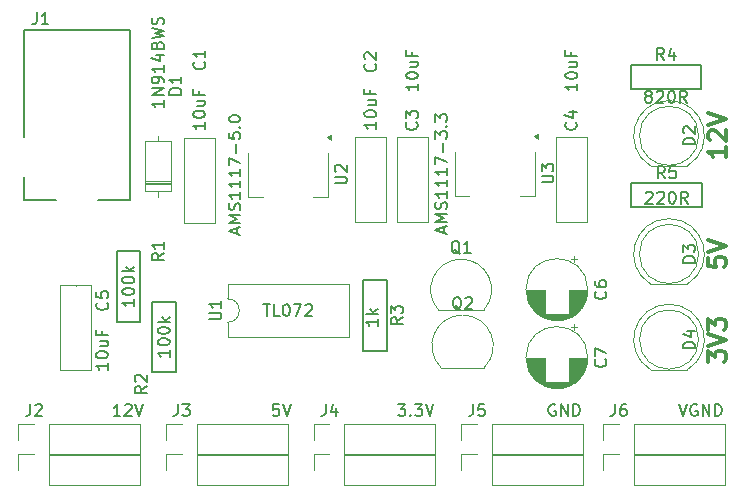
<source format=gbr>
%TF.GenerationSoftware,KiCad,Pcbnew,9.0.1*%
%TF.CreationDate,2025-08-22T12:00:28+01:00*%
%TF.ProjectId,FM_DRUM_MACHINE_POWERIN,464d5f44-5255-44d5-9f4d-414348494e45,rev?*%
%TF.SameCoordinates,Original*%
%TF.FileFunction,Legend,Top*%
%TF.FilePolarity,Positive*%
%FSLAX46Y46*%
G04 Gerber Fmt 4.6, Leading zero omitted, Abs format (unit mm)*
G04 Created by KiCad (PCBNEW 9.0.1) date 2025-08-22 12:00:28*
%MOMM*%
%LPD*%
G01*
G04 APERTURE LIST*
%ADD10C,0.300000*%
%ADD11C,0.152400*%
%ADD12C,0.150000*%
%ADD13C,0.120000*%
%ADD14C,0.050000*%
%ADD15C,0.127000*%
G04 APERTURE END LIST*
D10*
X81050828Y-30178570D02*
X81050828Y-31035713D01*
X81050828Y-30607142D02*
X79550828Y-30607142D01*
X79550828Y-30607142D02*
X79765114Y-30749999D01*
X79765114Y-30749999D02*
X79907971Y-30892856D01*
X79907971Y-30892856D02*
X79979400Y-31035713D01*
X79693685Y-29607142D02*
X79622257Y-29535714D01*
X79622257Y-29535714D02*
X79550828Y-29392857D01*
X79550828Y-29392857D02*
X79550828Y-29035714D01*
X79550828Y-29035714D02*
X79622257Y-28892857D01*
X79622257Y-28892857D02*
X79693685Y-28821428D01*
X79693685Y-28821428D02*
X79836542Y-28749999D01*
X79836542Y-28749999D02*
X79979400Y-28749999D01*
X79979400Y-28749999D02*
X80193685Y-28821428D01*
X80193685Y-28821428D02*
X81050828Y-29678571D01*
X81050828Y-29678571D02*
X81050828Y-28749999D01*
X79550828Y-28321428D02*
X81050828Y-27821428D01*
X81050828Y-27821428D02*
X79550828Y-27321428D01*
X79550828Y-39535713D02*
X79550828Y-40249999D01*
X79550828Y-40249999D02*
X80265114Y-40321427D01*
X80265114Y-40321427D02*
X80193685Y-40249999D01*
X80193685Y-40249999D02*
X80122257Y-40107142D01*
X80122257Y-40107142D02*
X80122257Y-39749999D01*
X80122257Y-39749999D02*
X80193685Y-39607142D01*
X80193685Y-39607142D02*
X80265114Y-39535713D01*
X80265114Y-39535713D02*
X80407971Y-39464284D01*
X80407971Y-39464284D02*
X80765114Y-39464284D01*
X80765114Y-39464284D02*
X80907971Y-39535713D01*
X80907971Y-39535713D02*
X80979400Y-39607142D01*
X80979400Y-39607142D02*
X81050828Y-39749999D01*
X81050828Y-39749999D02*
X81050828Y-40107142D01*
X81050828Y-40107142D02*
X80979400Y-40249999D01*
X80979400Y-40249999D02*
X80907971Y-40321427D01*
X79550828Y-39035713D02*
X81050828Y-38535713D01*
X81050828Y-38535713D02*
X79550828Y-38035713D01*
X79550828Y-48357142D02*
X79550828Y-47428570D01*
X79550828Y-47428570D02*
X80122257Y-47928570D01*
X80122257Y-47928570D02*
X80122257Y-47714285D01*
X80122257Y-47714285D02*
X80193685Y-47571428D01*
X80193685Y-47571428D02*
X80265114Y-47499999D01*
X80265114Y-47499999D02*
X80407971Y-47428570D01*
X80407971Y-47428570D02*
X80765114Y-47428570D01*
X80765114Y-47428570D02*
X80907971Y-47499999D01*
X80907971Y-47499999D02*
X80979400Y-47571428D01*
X80979400Y-47571428D02*
X81050828Y-47714285D01*
X81050828Y-47714285D02*
X81050828Y-48142856D01*
X81050828Y-48142856D02*
X80979400Y-48285713D01*
X80979400Y-48285713D02*
X80907971Y-48357142D01*
X79550828Y-46999999D02*
X81050828Y-46499999D01*
X81050828Y-46499999D02*
X79550828Y-45999999D01*
X79550828Y-45642857D02*
X79550828Y-44714285D01*
X79550828Y-44714285D02*
X80122257Y-45214285D01*
X80122257Y-45214285D02*
X80122257Y-45000000D01*
X80122257Y-45000000D02*
X80193685Y-44857143D01*
X80193685Y-44857143D02*
X80265114Y-44785714D01*
X80265114Y-44785714D02*
X80407971Y-44714285D01*
X80407971Y-44714285D02*
X80765114Y-44714285D01*
X80765114Y-44714285D02*
X80907971Y-44785714D01*
X80907971Y-44785714D02*
X80979400Y-44857143D01*
X80979400Y-44857143D02*
X81050828Y-45000000D01*
X81050828Y-45000000D02*
X81050828Y-45428571D01*
X81050828Y-45428571D02*
X80979400Y-45571428D01*
X80979400Y-45571428D02*
X80907971Y-45642857D01*
D11*
X75890667Y-32822095D02*
X75552000Y-32338286D01*
X75310095Y-32822095D02*
X75310095Y-31806095D01*
X75310095Y-31806095D02*
X75697143Y-31806095D01*
X75697143Y-31806095D02*
X75793905Y-31854476D01*
X75793905Y-31854476D02*
X75842286Y-31902857D01*
X75842286Y-31902857D02*
X75890667Y-31999619D01*
X75890667Y-31999619D02*
X75890667Y-32144762D01*
X75890667Y-32144762D02*
X75842286Y-32241524D01*
X75842286Y-32241524D02*
X75793905Y-32289905D01*
X75793905Y-32289905D02*
X75697143Y-32338286D01*
X75697143Y-32338286D02*
X75310095Y-32338286D01*
X76809905Y-31806095D02*
X76326095Y-31806095D01*
X76326095Y-31806095D02*
X76277714Y-32289905D01*
X76277714Y-32289905D02*
X76326095Y-32241524D01*
X76326095Y-32241524D02*
X76422857Y-32193143D01*
X76422857Y-32193143D02*
X76664762Y-32193143D01*
X76664762Y-32193143D02*
X76761524Y-32241524D01*
X76761524Y-32241524D02*
X76809905Y-32289905D01*
X76809905Y-32289905D02*
X76858286Y-32386667D01*
X76858286Y-32386667D02*
X76858286Y-32628572D01*
X76858286Y-32628572D02*
X76809905Y-32725334D01*
X76809905Y-32725334D02*
X76761524Y-32773715D01*
X76761524Y-32773715D02*
X76664762Y-32822095D01*
X76664762Y-32822095D02*
X76422857Y-32822095D01*
X76422857Y-32822095D02*
X76326095Y-32773715D01*
X76326095Y-32773715D02*
X76277714Y-32725334D01*
X74294095Y-34042857D02*
X74342476Y-33994476D01*
X74342476Y-33994476D02*
X74439238Y-33946095D01*
X74439238Y-33946095D02*
X74681143Y-33946095D01*
X74681143Y-33946095D02*
X74777905Y-33994476D01*
X74777905Y-33994476D02*
X74826286Y-34042857D01*
X74826286Y-34042857D02*
X74874667Y-34139619D01*
X74874667Y-34139619D02*
X74874667Y-34236381D01*
X74874667Y-34236381D02*
X74826286Y-34381524D01*
X74826286Y-34381524D02*
X74245714Y-34962095D01*
X74245714Y-34962095D02*
X74874667Y-34962095D01*
X75261714Y-34042857D02*
X75310095Y-33994476D01*
X75310095Y-33994476D02*
X75406857Y-33946095D01*
X75406857Y-33946095D02*
X75648762Y-33946095D01*
X75648762Y-33946095D02*
X75745524Y-33994476D01*
X75745524Y-33994476D02*
X75793905Y-34042857D01*
X75793905Y-34042857D02*
X75842286Y-34139619D01*
X75842286Y-34139619D02*
X75842286Y-34236381D01*
X75842286Y-34236381D02*
X75793905Y-34381524D01*
X75793905Y-34381524D02*
X75213333Y-34962095D01*
X75213333Y-34962095D02*
X75842286Y-34962095D01*
X76471238Y-33946095D02*
X76568000Y-33946095D01*
X76568000Y-33946095D02*
X76664762Y-33994476D01*
X76664762Y-33994476D02*
X76713143Y-34042857D01*
X76713143Y-34042857D02*
X76761524Y-34139619D01*
X76761524Y-34139619D02*
X76809905Y-34333143D01*
X76809905Y-34333143D02*
X76809905Y-34575048D01*
X76809905Y-34575048D02*
X76761524Y-34768572D01*
X76761524Y-34768572D02*
X76713143Y-34865334D01*
X76713143Y-34865334D02*
X76664762Y-34913715D01*
X76664762Y-34913715D02*
X76568000Y-34962095D01*
X76568000Y-34962095D02*
X76471238Y-34962095D01*
X76471238Y-34962095D02*
X76374476Y-34913715D01*
X76374476Y-34913715D02*
X76326095Y-34865334D01*
X76326095Y-34865334D02*
X76277714Y-34768572D01*
X76277714Y-34768572D02*
X76229333Y-34575048D01*
X76229333Y-34575048D02*
X76229333Y-34333143D01*
X76229333Y-34333143D02*
X76277714Y-34139619D01*
X76277714Y-34139619D02*
X76326095Y-34042857D01*
X76326095Y-34042857D02*
X76374476Y-33994476D01*
X76374476Y-33994476D02*
X76471238Y-33946095D01*
X77825905Y-34962095D02*
X77487238Y-34478286D01*
X77245333Y-34962095D02*
X77245333Y-33946095D01*
X77245333Y-33946095D02*
X77632381Y-33946095D01*
X77632381Y-33946095D02*
X77729143Y-33994476D01*
X77729143Y-33994476D02*
X77777524Y-34042857D01*
X77777524Y-34042857D02*
X77825905Y-34139619D01*
X77825905Y-34139619D02*
X77825905Y-34284762D01*
X77825905Y-34284762D02*
X77777524Y-34381524D01*
X77777524Y-34381524D02*
X77729143Y-34429905D01*
X77729143Y-34429905D02*
X77632381Y-34478286D01*
X77632381Y-34478286D02*
X77245333Y-34478286D01*
X75830667Y-22822095D02*
X75492000Y-22338286D01*
X75250095Y-22822095D02*
X75250095Y-21806095D01*
X75250095Y-21806095D02*
X75637143Y-21806095D01*
X75637143Y-21806095D02*
X75733905Y-21854476D01*
X75733905Y-21854476D02*
X75782286Y-21902857D01*
X75782286Y-21902857D02*
X75830667Y-21999619D01*
X75830667Y-21999619D02*
X75830667Y-22144762D01*
X75830667Y-22144762D02*
X75782286Y-22241524D01*
X75782286Y-22241524D02*
X75733905Y-22289905D01*
X75733905Y-22289905D02*
X75637143Y-22338286D01*
X75637143Y-22338286D02*
X75250095Y-22338286D01*
X76701524Y-22144762D02*
X76701524Y-22822095D01*
X76459619Y-21757715D02*
X76217714Y-22483429D01*
X76217714Y-22483429D02*
X76846667Y-22483429D01*
X74427619Y-25841524D02*
X74330857Y-25793143D01*
X74330857Y-25793143D02*
X74282476Y-25744762D01*
X74282476Y-25744762D02*
X74234095Y-25648000D01*
X74234095Y-25648000D02*
X74234095Y-25599619D01*
X74234095Y-25599619D02*
X74282476Y-25502857D01*
X74282476Y-25502857D02*
X74330857Y-25454476D01*
X74330857Y-25454476D02*
X74427619Y-25406095D01*
X74427619Y-25406095D02*
X74621143Y-25406095D01*
X74621143Y-25406095D02*
X74717905Y-25454476D01*
X74717905Y-25454476D02*
X74766286Y-25502857D01*
X74766286Y-25502857D02*
X74814667Y-25599619D01*
X74814667Y-25599619D02*
X74814667Y-25648000D01*
X74814667Y-25648000D02*
X74766286Y-25744762D01*
X74766286Y-25744762D02*
X74717905Y-25793143D01*
X74717905Y-25793143D02*
X74621143Y-25841524D01*
X74621143Y-25841524D02*
X74427619Y-25841524D01*
X74427619Y-25841524D02*
X74330857Y-25889905D01*
X74330857Y-25889905D02*
X74282476Y-25938286D01*
X74282476Y-25938286D02*
X74234095Y-26035048D01*
X74234095Y-26035048D02*
X74234095Y-26228572D01*
X74234095Y-26228572D02*
X74282476Y-26325334D01*
X74282476Y-26325334D02*
X74330857Y-26373715D01*
X74330857Y-26373715D02*
X74427619Y-26422095D01*
X74427619Y-26422095D02*
X74621143Y-26422095D01*
X74621143Y-26422095D02*
X74717905Y-26373715D01*
X74717905Y-26373715D02*
X74766286Y-26325334D01*
X74766286Y-26325334D02*
X74814667Y-26228572D01*
X74814667Y-26228572D02*
X74814667Y-26035048D01*
X74814667Y-26035048D02*
X74766286Y-25938286D01*
X74766286Y-25938286D02*
X74717905Y-25889905D01*
X74717905Y-25889905D02*
X74621143Y-25841524D01*
X75201714Y-25502857D02*
X75250095Y-25454476D01*
X75250095Y-25454476D02*
X75346857Y-25406095D01*
X75346857Y-25406095D02*
X75588762Y-25406095D01*
X75588762Y-25406095D02*
X75685524Y-25454476D01*
X75685524Y-25454476D02*
X75733905Y-25502857D01*
X75733905Y-25502857D02*
X75782286Y-25599619D01*
X75782286Y-25599619D02*
X75782286Y-25696381D01*
X75782286Y-25696381D02*
X75733905Y-25841524D01*
X75733905Y-25841524D02*
X75153333Y-26422095D01*
X75153333Y-26422095D02*
X75782286Y-26422095D01*
X76411238Y-25406095D02*
X76508000Y-25406095D01*
X76508000Y-25406095D02*
X76604762Y-25454476D01*
X76604762Y-25454476D02*
X76653143Y-25502857D01*
X76653143Y-25502857D02*
X76701524Y-25599619D01*
X76701524Y-25599619D02*
X76749905Y-25793143D01*
X76749905Y-25793143D02*
X76749905Y-26035048D01*
X76749905Y-26035048D02*
X76701524Y-26228572D01*
X76701524Y-26228572D02*
X76653143Y-26325334D01*
X76653143Y-26325334D02*
X76604762Y-26373715D01*
X76604762Y-26373715D02*
X76508000Y-26422095D01*
X76508000Y-26422095D02*
X76411238Y-26422095D01*
X76411238Y-26422095D02*
X76314476Y-26373715D01*
X76314476Y-26373715D02*
X76266095Y-26325334D01*
X76266095Y-26325334D02*
X76217714Y-26228572D01*
X76217714Y-26228572D02*
X76169333Y-26035048D01*
X76169333Y-26035048D02*
X76169333Y-25793143D01*
X76169333Y-25793143D02*
X76217714Y-25599619D01*
X76217714Y-25599619D02*
X76266095Y-25502857D01*
X76266095Y-25502857D02*
X76314476Y-25454476D01*
X76314476Y-25454476D02*
X76411238Y-25406095D01*
X77765905Y-26422095D02*
X77427238Y-25938286D01*
X77185333Y-26422095D02*
X77185333Y-25406095D01*
X77185333Y-25406095D02*
X77572381Y-25406095D01*
X77572381Y-25406095D02*
X77669143Y-25454476D01*
X77669143Y-25454476D02*
X77717524Y-25502857D01*
X77717524Y-25502857D02*
X77765905Y-25599619D01*
X77765905Y-25599619D02*
X77765905Y-25744762D01*
X77765905Y-25744762D02*
X77717524Y-25841524D01*
X77717524Y-25841524D02*
X77669143Y-25889905D01*
X77669143Y-25889905D02*
X77572381Y-25938286D01*
X77572381Y-25938286D02*
X77185333Y-25938286D01*
D12*
X78454819Y-47218094D02*
X77454819Y-47218094D01*
X77454819Y-47218094D02*
X77454819Y-46979999D01*
X77454819Y-46979999D02*
X77502438Y-46837142D01*
X77502438Y-46837142D02*
X77597676Y-46741904D01*
X77597676Y-46741904D02*
X77692914Y-46694285D01*
X77692914Y-46694285D02*
X77883390Y-46646666D01*
X77883390Y-46646666D02*
X78026247Y-46646666D01*
X78026247Y-46646666D02*
X78216723Y-46694285D01*
X78216723Y-46694285D02*
X78311961Y-46741904D01*
X78311961Y-46741904D02*
X78407200Y-46837142D01*
X78407200Y-46837142D02*
X78454819Y-46979999D01*
X78454819Y-46979999D02*
X78454819Y-47218094D01*
X77788152Y-45789523D02*
X78454819Y-45789523D01*
X77407200Y-46027618D02*
X78121485Y-46265713D01*
X78121485Y-46265713D02*
X78121485Y-45646666D01*
X78454819Y-39963094D02*
X77454819Y-39963094D01*
X77454819Y-39963094D02*
X77454819Y-39724999D01*
X77454819Y-39724999D02*
X77502438Y-39582142D01*
X77502438Y-39582142D02*
X77597676Y-39486904D01*
X77597676Y-39486904D02*
X77692914Y-39439285D01*
X77692914Y-39439285D02*
X77883390Y-39391666D01*
X77883390Y-39391666D02*
X78026247Y-39391666D01*
X78026247Y-39391666D02*
X78216723Y-39439285D01*
X78216723Y-39439285D02*
X78311961Y-39486904D01*
X78311961Y-39486904D02*
X78407200Y-39582142D01*
X78407200Y-39582142D02*
X78454819Y-39724999D01*
X78454819Y-39724999D02*
X78454819Y-39963094D01*
X77454819Y-39058332D02*
X77454819Y-38439285D01*
X77454819Y-38439285D02*
X77835771Y-38772618D01*
X77835771Y-38772618D02*
X77835771Y-38629761D01*
X77835771Y-38629761D02*
X77883390Y-38534523D01*
X77883390Y-38534523D02*
X77931009Y-38486904D01*
X77931009Y-38486904D02*
X78026247Y-38439285D01*
X78026247Y-38439285D02*
X78264342Y-38439285D01*
X78264342Y-38439285D02*
X78359580Y-38486904D01*
X78359580Y-38486904D02*
X78407200Y-38534523D01*
X78407200Y-38534523D02*
X78454819Y-38629761D01*
X78454819Y-38629761D02*
X78454819Y-38915475D01*
X78454819Y-38915475D02*
X78407200Y-39010713D01*
X78407200Y-39010713D02*
X78359580Y-39058332D01*
X78454819Y-29963094D02*
X77454819Y-29963094D01*
X77454819Y-29963094D02*
X77454819Y-29724999D01*
X77454819Y-29724999D02*
X77502438Y-29582142D01*
X77502438Y-29582142D02*
X77597676Y-29486904D01*
X77597676Y-29486904D02*
X77692914Y-29439285D01*
X77692914Y-29439285D02*
X77883390Y-29391666D01*
X77883390Y-29391666D02*
X78026247Y-29391666D01*
X78026247Y-29391666D02*
X78216723Y-29439285D01*
X78216723Y-29439285D02*
X78311961Y-29486904D01*
X78311961Y-29486904D02*
X78407200Y-29582142D01*
X78407200Y-29582142D02*
X78454819Y-29724999D01*
X78454819Y-29724999D02*
X78454819Y-29963094D01*
X77550057Y-29010713D02*
X77502438Y-28963094D01*
X77502438Y-28963094D02*
X77454819Y-28867856D01*
X77454819Y-28867856D02*
X77454819Y-28629761D01*
X77454819Y-28629761D02*
X77502438Y-28534523D01*
X77502438Y-28534523D02*
X77550057Y-28486904D01*
X77550057Y-28486904D02*
X77645295Y-28439285D01*
X77645295Y-28439285D02*
X77740533Y-28439285D01*
X77740533Y-28439285D02*
X77883390Y-28486904D01*
X77883390Y-28486904D02*
X78454819Y-29058332D01*
X78454819Y-29058332D02*
X78454819Y-28439285D01*
D11*
X28675334Y-43349332D02*
X28723715Y-43397713D01*
X28723715Y-43397713D02*
X28772095Y-43542856D01*
X28772095Y-43542856D02*
X28772095Y-43639618D01*
X28772095Y-43639618D02*
X28723715Y-43784761D01*
X28723715Y-43784761D02*
X28626953Y-43881523D01*
X28626953Y-43881523D02*
X28530191Y-43929904D01*
X28530191Y-43929904D02*
X28336667Y-43978285D01*
X28336667Y-43978285D02*
X28191524Y-43978285D01*
X28191524Y-43978285D02*
X27998000Y-43929904D01*
X27998000Y-43929904D02*
X27901238Y-43881523D01*
X27901238Y-43881523D02*
X27804476Y-43784761D01*
X27804476Y-43784761D02*
X27756095Y-43639618D01*
X27756095Y-43639618D02*
X27756095Y-43542856D01*
X27756095Y-43542856D02*
X27804476Y-43397713D01*
X27804476Y-43397713D02*
X27852857Y-43349332D01*
X27756095Y-42430094D02*
X27756095Y-42913904D01*
X27756095Y-42913904D02*
X28239905Y-42962285D01*
X28239905Y-42962285D02*
X28191524Y-42913904D01*
X28191524Y-42913904D02*
X28143143Y-42817142D01*
X28143143Y-42817142D02*
X28143143Y-42575237D01*
X28143143Y-42575237D02*
X28191524Y-42478475D01*
X28191524Y-42478475D02*
X28239905Y-42430094D01*
X28239905Y-42430094D02*
X28336667Y-42381713D01*
X28336667Y-42381713D02*
X28578572Y-42381713D01*
X28578572Y-42381713D02*
X28675334Y-42430094D01*
X28675334Y-42430094D02*
X28723715Y-42478475D01*
X28723715Y-42478475D02*
X28772095Y-42575237D01*
X28772095Y-42575237D02*
X28772095Y-42817142D01*
X28772095Y-42817142D02*
X28723715Y-42913904D01*
X28723715Y-42913904D02*
X28675334Y-42962285D01*
X28742095Y-48458570D02*
X28742095Y-49039142D01*
X28742095Y-48748856D02*
X27726095Y-48748856D01*
X27726095Y-48748856D02*
X27871238Y-48845618D01*
X27871238Y-48845618D02*
X27968000Y-48942380D01*
X27968000Y-48942380D02*
X28016381Y-49039142D01*
X27726095Y-47829618D02*
X27726095Y-47732856D01*
X27726095Y-47732856D02*
X27774476Y-47636094D01*
X27774476Y-47636094D02*
X27822857Y-47587713D01*
X27822857Y-47587713D02*
X27919619Y-47539332D01*
X27919619Y-47539332D02*
X28113143Y-47490951D01*
X28113143Y-47490951D02*
X28355048Y-47490951D01*
X28355048Y-47490951D02*
X28548572Y-47539332D01*
X28548572Y-47539332D02*
X28645334Y-47587713D01*
X28645334Y-47587713D02*
X28693715Y-47636094D01*
X28693715Y-47636094D02*
X28742095Y-47732856D01*
X28742095Y-47732856D02*
X28742095Y-47829618D01*
X28742095Y-47829618D02*
X28693715Y-47926380D01*
X28693715Y-47926380D02*
X28645334Y-47974761D01*
X28645334Y-47974761D02*
X28548572Y-48023142D01*
X28548572Y-48023142D02*
X28355048Y-48071523D01*
X28355048Y-48071523D02*
X28113143Y-48071523D01*
X28113143Y-48071523D02*
X27919619Y-48023142D01*
X27919619Y-48023142D02*
X27822857Y-47974761D01*
X27822857Y-47974761D02*
X27774476Y-47926380D01*
X27774476Y-47926380D02*
X27726095Y-47829618D01*
X28064762Y-46620094D02*
X28742095Y-46620094D01*
X28064762Y-47055523D02*
X28596953Y-47055523D01*
X28596953Y-47055523D02*
X28693715Y-47007142D01*
X28693715Y-47007142D02*
X28742095Y-46910380D01*
X28742095Y-46910380D02*
X28742095Y-46765237D01*
X28742095Y-46765237D02*
X28693715Y-46668475D01*
X28693715Y-46668475D02*
X28645334Y-46620094D01*
X28209905Y-45797618D02*
X28209905Y-46136285D01*
X28742095Y-46136285D02*
X27726095Y-46136285D01*
X27726095Y-46136285D02*
X27726095Y-45652475D01*
X33462095Y-39169332D02*
X32978286Y-39507999D01*
X33462095Y-39749904D02*
X32446095Y-39749904D01*
X32446095Y-39749904D02*
X32446095Y-39362856D01*
X32446095Y-39362856D02*
X32494476Y-39266094D01*
X32494476Y-39266094D02*
X32542857Y-39217713D01*
X32542857Y-39217713D02*
X32639619Y-39169332D01*
X32639619Y-39169332D02*
X32784762Y-39169332D01*
X32784762Y-39169332D02*
X32881524Y-39217713D01*
X32881524Y-39217713D02*
X32929905Y-39266094D01*
X32929905Y-39266094D02*
X32978286Y-39362856D01*
X32978286Y-39362856D02*
X32978286Y-39749904D01*
X33462095Y-38201713D02*
X33462095Y-38782285D01*
X33462095Y-38491999D02*
X32446095Y-38491999D01*
X32446095Y-38491999D02*
X32591238Y-38588761D01*
X32591238Y-38588761D02*
X32688000Y-38685523D01*
X32688000Y-38685523D02*
X32736381Y-38782285D01*
X30962095Y-43088570D02*
X30962095Y-43669142D01*
X30962095Y-43378856D02*
X29946095Y-43378856D01*
X29946095Y-43378856D02*
X30091238Y-43475618D01*
X30091238Y-43475618D02*
X30188000Y-43572380D01*
X30188000Y-43572380D02*
X30236381Y-43669142D01*
X29946095Y-42459618D02*
X29946095Y-42362856D01*
X29946095Y-42362856D02*
X29994476Y-42266094D01*
X29994476Y-42266094D02*
X30042857Y-42217713D01*
X30042857Y-42217713D02*
X30139619Y-42169332D01*
X30139619Y-42169332D02*
X30333143Y-42120951D01*
X30333143Y-42120951D02*
X30575048Y-42120951D01*
X30575048Y-42120951D02*
X30768572Y-42169332D01*
X30768572Y-42169332D02*
X30865334Y-42217713D01*
X30865334Y-42217713D02*
X30913715Y-42266094D01*
X30913715Y-42266094D02*
X30962095Y-42362856D01*
X30962095Y-42362856D02*
X30962095Y-42459618D01*
X30962095Y-42459618D02*
X30913715Y-42556380D01*
X30913715Y-42556380D02*
X30865334Y-42604761D01*
X30865334Y-42604761D02*
X30768572Y-42653142D01*
X30768572Y-42653142D02*
X30575048Y-42701523D01*
X30575048Y-42701523D02*
X30333143Y-42701523D01*
X30333143Y-42701523D02*
X30139619Y-42653142D01*
X30139619Y-42653142D02*
X30042857Y-42604761D01*
X30042857Y-42604761D02*
X29994476Y-42556380D01*
X29994476Y-42556380D02*
X29946095Y-42459618D01*
X29946095Y-41491999D02*
X29946095Y-41395237D01*
X29946095Y-41395237D02*
X29994476Y-41298475D01*
X29994476Y-41298475D02*
X30042857Y-41250094D01*
X30042857Y-41250094D02*
X30139619Y-41201713D01*
X30139619Y-41201713D02*
X30333143Y-41153332D01*
X30333143Y-41153332D02*
X30575048Y-41153332D01*
X30575048Y-41153332D02*
X30768572Y-41201713D01*
X30768572Y-41201713D02*
X30865334Y-41250094D01*
X30865334Y-41250094D02*
X30913715Y-41298475D01*
X30913715Y-41298475D02*
X30962095Y-41395237D01*
X30962095Y-41395237D02*
X30962095Y-41491999D01*
X30962095Y-41491999D02*
X30913715Y-41588761D01*
X30913715Y-41588761D02*
X30865334Y-41637142D01*
X30865334Y-41637142D02*
X30768572Y-41685523D01*
X30768572Y-41685523D02*
X30575048Y-41733904D01*
X30575048Y-41733904D02*
X30333143Y-41733904D01*
X30333143Y-41733904D02*
X30139619Y-41685523D01*
X30139619Y-41685523D02*
X30042857Y-41637142D01*
X30042857Y-41637142D02*
X29994476Y-41588761D01*
X29994476Y-41588761D02*
X29946095Y-41491999D01*
X30962095Y-40717904D02*
X29946095Y-40717904D01*
X30575048Y-40621142D02*
X30962095Y-40330856D01*
X30284762Y-40330856D02*
X30671810Y-40717904D01*
X68365334Y-28079332D02*
X68413715Y-28127713D01*
X68413715Y-28127713D02*
X68462095Y-28272856D01*
X68462095Y-28272856D02*
X68462095Y-28369618D01*
X68462095Y-28369618D02*
X68413715Y-28514761D01*
X68413715Y-28514761D02*
X68316953Y-28611523D01*
X68316953Y-28611523D02*
X68220191Y-28659904D01*
X68220191Y-28659904D02*
X68026667Y-28708285D01*
X68026667Y-28708285D02*
X67881524Y-28708285D01*
X67881524Y-28708285D02*
X67688000Y-28659904D01*
X67688000Y-28659904D02*
X67591238Y-28611523D01*
X67591238Y-28611523D02*
X67494476Y-28514761D01*
X67494476Y-28514761D02*
X67446095Y-28369618D01*
X67446095Y-28369618D02*
X67446095Y-28272856D01*
X67446095Y-28272856D02*
X67494476Y-28127713D01*
X67494476Y-28127713D02*
X67542857Y-28079332D01*
X67784762Y-27208475D02*
X68462095Y-27208475D01*
X67397715Y-27450380D02*
X68123429Y-27692285D01*
X68123429Y-27692285D02*
X68123429Y-27063332D01*
X68492095Y-24808570D02*
X68492095Y-25389142D01*
X68492095Y-25098856D02*
X67476095Y-25098856D01*
X67476095Y-25098856D02*
X67621238Y-25195618D01*
X67621238Y-25195618D02*
X67718000Y-25292380D01*
X67718000Y-25292380D02*
X67766381Y-25389142D01*
X67476095Y-24179618D02*
X67476095Y-24082856D01*
X67476095Y-24082856D02*
X67524476Y-23986094D01*
X67524476Y-23986094D02*
X67572857Y-23937713D01*
X67572857Y-23937713D02*
X67669619Y-23889332D01*
X67669619Y-23889332D02*
X67863143Y-23840951D01*
X67863143Y-23840951D02*
X68105048Y-23840951D01*
X68105048Y-23840951D02*
X68298572Y-23889332D01*
X68298572Y-23889332D02*
X68395334Y-23937713D01*
X68395334Y-23937713D02*
X68443715Y-23986094D01*
X68443715Y-23986094D02*
X68492095Y-24082856D01*
X68492095Y-24082856D02*
X68492095Y-24179618D01*
X68492095Y-24179618D02*
X68443715Y-24276380D01*
X68443715Y-24276380D02*
X68395334Y-24324761D01*
X68395334Y-24324761D02*
X68298572Y-24373142D01*
X68298572Y-24373142D02*
X68105048Y-24421523D01*
X68105048Y-24421523D02*
X67863143Y-24421523D01*
X67863143Y-24421523D02*
X67669619Y-24373142D01*
X67669619Y-24373142D02*
X67572857Y-24324761D01*
X67572857Y-24324761D02*
X67524476Y-24276380D01*
X67524476Y-24276380D02*
X67476095Y-24179618D01*
X67814762Y-22970094D02*
X68492095Y-22970094D01*
X67814762Y-23405523D02*
X68346953Y-23405523D01*
X68346953Y-23405523D02*
X68443715Y-23357142D01*
X68443715Y-23357142D02*
X68492095Y-23260380D01*
X68492095Y-23260380D02*
X68492095Y-23115237D01*
X68492095Y-23115237D02*
X68443715Y-23018475D01*
X68443715Y-23018475D02*
X68395334Y-22970094D01*
X67959905Y-22147618D02*
X67959905Y-22486285D01*
X68492095Y-22486285D02*
X67476095Y-22486285D01*
X67476095Y-22486285D02*
X67476095Y-22002475D01*
D12*
X59666666Y-51954819D02*
X59666666Y-52669104D01*
X59666666Y-52669104D02*
X59619047Y-52811961D01*
X59619047Y-52811961D02*
X59523809Y-52907200D01*
X59523809Y-52907200D02*
X59380952Y-52954819D01*
X59380952Y-52954819D02*
X59285714Y-52954819D01*
X60619047Y-51954819D02*
X60142857Y-51954819D01*
X60142857Y-51954819D02*
X60095238Y-52431009D01*
X60095238Y-52431009D02*
X60142857Y-52383390D01*
X60142857Y-52383390D02*
X60238095Y-52335771D01*
X60238095Y-52335771D02*
X60476190Y-52335771D01*
X60476190Y-52335771D02*
X60571428Y-52383390D01*
X60571428Y-52383390D02*
X60619047Y-52431009D01*
X60619047Y-52431009D02*
X60666666Y-52526247D01*
X60666666Y-52526247D02*
X60666666Y-52764342D01*
X60666666Y-52764342D02*
X60619047Y-52859580D01*
X60619047Y-52859580D02*
X60571428Y-52907200D01*
X60571428Y-52907200D02*
X60476190Y-52954819D01*
X60476190Y-52954819D02*
X60238095Y-52954819D01*
X60238095Y-52954819D02*
X60142857Y-52907200D01*
X60142857Y-52907200D02*
X60095238Y-52859580D01*
X66615601Y-52002438D02*
X66520363Y-51954819D01*
X66520363Y-51954819D02*
X66377506Y-51954819D01*
X66377506Y-51954819D02*
X66234649Y-52002438D01*
X66234649Y-52002438D02*
X66139411Y-52097676D01*
X66139411Y-52097676D02*
X66091792Y-52192914D01*
X66091792Y-52192914D02*
X66044173Y-52383390D01*
X66044173Y-52383390D02*
X66044173Y-52526247D01*
X66044173Y-52526247D02*
X66091792Y-52716723D01*
X66091792Y-52716723D02*
X66139411Y-52811961D01*
X66139411Y-52811961D02*
X66234649Y-52907200D01*
X66234649Y-52907200D02*
X66377506Y-52954819D01*
X66377506Y-52954819D02*
X66472744Y-52954819D01*
X66472744Y-52954819D02*
X66615601Y-52907200D01*
X66615601Y-52907200D02*
X66663220Y-52859580D01*
X66663220Y-52859580D02*
X66663220Y-52526247D01*
X66663220Y-52526247D02*
X66472744Y-52526247D01*
X67091792Y-52954819D02*
X67091792Y-51954819D01*
X67091792Y-51954819D02*
X67663220Y-52954819D01*
X67663220Y-52954819D02*
X67663220Y-51954819D01*
X68139411Y-52954819D02*
X68139411Y-51954819D01*
X68139411Y-51954819D02*
X68377506Y-51954819D01*
X68377506Y-51954819D02*
X68520363Y-52002438D01*
X68520363Y-52002438D02*
X68615601Y-52097676D01*
X68615601Y-52097676D02*
X68663220Y-52192914D01*
X68663220Y-52192914D02*
X68710839Y-52383390D01*
X68710839Y-52383390D02*
X68710839Y-52526247D01*
X68710839Y-52526247D02*
X68663220Y-52716723D01*
X68663220Y-52716723D02*
X68615601Y-52811961D01*
X68615601Y-52811961D02*
X68520363Y-52907200D01*
X68520363Y-52907200D02*
X68377506Y-52954819D01*
X68377506Y-52954819D02*
X68139411Y-52954819D01*
X22708074Y-18789274D02*
X22708074Y-19505354D01*
X22708074Y-19505354D02*
X22660335Y-19648570D01*
X22660335Y-19648570D02*
X22564858Y-19744048D01*
X22564858Y-19744048D02*
X22421642Y-19791786D01*
X22421642Y-19791786D02*
X22326165Y-19791786D01*
X23710586Y-19791786D02*
X23137722Y-19791786D01*
X23424154Y-19791786D02*
X23424154Y-18789274D01*
X23424154Y-18789274D02*
X23328677Y-18932490D01*
X23328677Y-18932490D02*
X23233200Y-19027968D01*
X23233200Y-19027968D02*
X23137722Y-19075706D01*
X71666666Y-51954819D02*
X71666666Y-52669104D01*
X71666666Y-52669104D02*
X71619047Y-52811961D01*
X71619047Y-52811961D02*
X71523809Y-52907200D01*
X71523809Y-52907200D02*
X71380952Y-52954819D01*
X71380952Y-52954819D02*
X71285714Y-52954819D01*
X72571428Y-51954819D02*
X72380952Y-51954819D01*
X72380952Y-51954819D02*
X72285714Y-52002438D01*
X72285714Y-52002438D02*
X72238095Y-52050057D01*
X72238095Y-52050057D02*
X72142857Y-52192914D01*
X72142857Y-52192914D02*
X72095238Y-52383390D01*
X72095238Y-52383390D02*
X72095238Y-52764342D01*
X72095238Y-52764342D02*
X72142857Y-52859580D01*
X72142857Y-52859580D02*
X72190476Y-52907200D01*
X72190476Y-52907200D02*
X72285714Y-52954819D01*
X72285714Y-52954819D02*
X72476190Y-52954819D01*
X72476190Y-52954819D02*
X72571428Y-52907200D01*
X72571428Y-52907200D02*
X72619047Y-52859580D01*
X72619047Y-52859580D02*
X72666666Y-52764342D01*
X72666666Y-52764342D02*
X72666666Y-52526247D01*
X72666666Y-52526247D02*
X72619047Y-52431009D01*
X72619047Y-52431009D02*
X72571428Y-52383390D01*
X72571428Y-52383390D02*
X72476190Y-52335771D01*
X72476190Y-52335771D02*
X72285714Y-52335771D01*
X72285714Y-52335771D02*
X72190476Y-52383390D01*
X72190476Y-52383390D02*
X72142857Y-52431009D01*
X72142857Y-52431009D02*
X72095238Y-52526247D01*
X77091792Y-51954819D02*
X77425125Y-52954819D01*
X77425125Y-52954819D02*
X77758458Y-51954819D01*
X78615601Y-52002438D02*
X78520363Y-51954819D01*
X78520363Y-51954819D02*
X78377506Y-51954819D01*
X78377506Y-51954819D02*
X78234649Y-52002438D01*
X78234649Y-52002438D02*
X78139411Y-52097676D01*
X78139411Y-52097676D02*
X78091792Y-52192914D01*
X78091792Y-52192914D02*
X78044173Y-52383390D01*
X78044173Y-52383390D02*
X78044173Y-52526247D01*
X78044173Y-52526247D02*
X78091792Y-52716723D01*
X78091792Y-52716723D02*
X78139411Y-52811961D01*
X78139411Y-52811961D02*
X78234649Y-52907200D01*
X78234649Y-52907200D02*
X78377506Y-52954819D01*
X78377506Y-52954819D02*
X78472744Y-52954819D01*
X78472744Y-52954819D02*
X78615601Y-52907200D01*
X78615601Y-52907200D02*
X78663220Y-52859580D01*
X78663220Y-52859580D02*
X78663220Y-52526247D01*
X78663220Y-52526247D02*
X78472744Y-52526247D01*
X79091792Y-52954819D02*
X79091792Y-51954819D01*
X79091792Y-51954819D02*
X79663220Y-52954819D01*
X79663220Y-52954819D02*
X79663220Y-51954819D01*
X80139411Y-52954819D02*
X80139411Y-51954819D01*
X80139411Y-51954819D02*
X80377506Y-51954819D01*
X80377506Y-51954819D02*
X80520363Y-52002438D01*
X80520363Y-52002438D02*
X80615601Y-52097676D01*
X80615601Y-52097676D02*
X80663220Y-52192914D01*
X80663220Y-52192914D02*
X80710839Y-52383390D01*
X80710839Y-52383390D02*
X80710839Y-52526247D01*
X80710839Y-52526247D02*
X80663220Y-52716723D01*
X80663220Y-52716723D02*
X80615601Y-52811961D01*
X80615601Y-52811961D02*
X80520363Y-52907200D01*
X80520363Y-52907200D02*
X80377506Y-52954819D01*
X80377506Y-52954819D02*
X80139411Y-52954819D01*
D11*
X36895334Y-22979332D02*
X36943715Y-23027713D01*
X36943715Y-23027713D02*
X36992095Y-23172856D01*
X36992095Y-23172856D02*
X36992095Y-23269618D01*
X36992095Y-23269618D02*
X36943715Y-23414761D01*
X36943715Y-23414761D02*
X36846953Y-23511523D01*
X36846953Y-23511523D02*
X36750191Y-23559904D01*
X36750191Y-23559904D02*
X36556667Y-23608285D01*
X36556667Y-23608285D02*
X36411524Y-23608285D01*
X36411524Y-23608285D02*
X36218000Y-23559904D01*
X36218000Y-23559904D02*
X36121238Y-23511523D01*
X36121238Y-23511523D02*
X36024476Y-23414761D01*
X36024476Y-23414761D02*
X35976095Y-23269618D01*
X35976095Y-23269618D02*
X35976095Y-23172856D01*
X35976095Y-23172856D02*
X36024476Y-23027713D01*
X36024476Y-23027713D02*
X36072857Y-22979332D01*
X36992095Y-22011713D02*
X36992095Y-22592285D01*
X36992095Y-22301999D02*
X35976095Y-22301999D01*
X35976095Y-22301999D02*
X36121238Y-22398761D01*
X36121238Y-22398761D02*
X36218000Y-22495523D01*
X36218000Y-22495523D02*
X36266381Y-22592285D01*
X36962095Y-28088570D02*
X36962095Y-28669142D01*
X36962095Y-28378856D02*
X35946095Y-28378856D01*
X35946095Y-28378856D02*
X36091238Y-28475618D01*
X36091238Y-28475618D02*
X36188000Y-28572380D01*
X36188000Y-28572380D02*
X36236381Y-28669142D01*
X35946095Y-27459618D02*
X35946095Y-27362856D01*
X35946095Y-27362856D02*
X35994476Y-27266094D01*
X35994476Y-27266094D02*
X36042857Y-27217713D01*
X36042857Y-27217713D02*
X36139619Y-27169332D01*
X36139619Y-27169332D02*
X36333143Y-27120951D01*
X36333143Y-27120951D02*
X36575048Y-27120951D01*
X36575048Y-27120951D02*
X36768572Y-27169332D01*
X36768572Y-27169332D02*
X36865334Y-27217713D01*
X36865334Y-27217713D02*
X36913715Y-27266094D01*
X36913715Y-27266094D02*
X36962095Y-27362856D01*
X36962095Y-27362856D02*
X36962095Y-27459618D01*
X36962095Y-27459618D02*
X36913715Y-27556380D01*
X36913715Y-27556380D02*
X36865334Y-27604761D01*
X36865334Y-27604761D02*
X36768572Y-27653142D01*
X36768572Y-27653142D02*
X36575048Y-27701523D01*
X36575048Y-27701523D02*
X36333143Y-27701523D01*
X36333143Y-27701523D02*
X36139619Y-27653142D01*
X36139619Y-27653142D02*
X36042857Y-27604761D01*
X36042857Y-27604761D02*
X35994476Y-27556380D01*
X35994476Y-27556380D02*
X35946095Y-27459618D01*
X36284762Y-26250094D02*
X36962095Y-26250094D01*
X36284762Y-26685523D02*
X36816953Y-26685523D01*
X36816953Y-26685523D02*
X36913715Y-26637142D01*
X36913715Y-26637142D02*
X36962095Y-26540380D01*
X36962095Y-26540380D02*
X36962095Y-26395237D01*
X36962095Y-26395237D02*
X36913715Y-26298475D01*
X36913715Y-26298475D02*
X36865334Y-26250094D01*
X36429905Y-25427618D02*
X36429905Y-25766285D01*
X36962095Y-25766285D02*
X35946095Y-25766285D01*
X35946095Y-25766285D02*
X35946095Y-25282475D01*
D12*
X34666666Y-51954819D02*
X34666666Y-52669104D01*
X34666666Y-52669104D02*
X34619047Y-52811961D01*
X34619047Y-52811961D02*
X34523809Y-52907200D01*
X34523809Y-52907200D02*
X34380952Y-52954819D01*
X34380952Y-52954819D02*
X34285714Y-52954819D01*
X35047619Y-51954819D02*
X35666666Y-51954819D01*
X35666666Y-51954819D02*
X35333333Y-52335771D01*
X35333333Y-52335771D02*
X35476190Y-52335771D01*
X35476190Y-52335771D02*
X35571428Y-52383390D01*
X35571428Y-52383390D02*
X35619047Y-52431009D01*
X35619047Y-52431009D02*
X35666666Y-52526247D01*
X35666666Y-52526247D02*
X35666666Y-52764342D01*
X35666666Y-52764342D02*
X35619047Y-52859580D01*
X35619047Y-52859580D02*
X35571428Y-52907200D01*
X35571428Y-52907200D02*
X35476190Y-52954819D01*
X35476190Y-52954819D02*
X35190476Y-52954819D01*
X35190476Y-52954819D02*
X35095238Y-52907200D01*
X35095238Y-52907200D02*
X35047619Y-52859580D01*
X43206077Y-51954819D02*
X42729887Y-51954819D01*
X42729887Y-51954819D02*
X42682268Y-52431009D01*
X42682268Y-52431009D02*
X42729887Y-52383390D01*
X42729887Y-52383390D02*
X42825125Y-52335771D01*
X42825125Y-52335771D02*
X43063220Y-52335771D01*
X43063220Y-52335771D02*
X43158458Y-52383390D01*
X43158458Y-52383390D02*
X43206077Y-52431009D01*
X43206077Y-52431009D02*
X43253696Y-52526247D01*
X43253696Y-52526247D02*
X43253696Y-52764342D01*
X43253696Y-52764342D02*
X43206077Y-52859580D01*
X43206077Y-52859580D02*
X43158458Y-52907200D01*
X43158458Y-52907200D02*
X43063220Y-52954819D01*
X43063220Y-52954819D02*
X42825125Y-52954819D01*
X42825125Y-52954819D02*
X42729887Y-52907200D01*
X42729887Y-52907200D02*
X42682268Y-52859580D01*
X43539411Y-51954819D02*
X43872744Y-52954819D01*
X43872744Y-52954819D02*
X44206077Y-51954819D01*
X58554761Y-39240057D02*
X58459523Y-39192438D01*
X58459523Y-39192438D02*
X58364285Y-39097200D01*
X58364285Y-39097200D02*
X58221428Y-38954342D01*
X58221428Y-38954342D02*
X58126190Y-38906723D01*
X58126190Y-38906723D02*
X58030952Y-38906723D01*
X58078571Y-39144819D02*
X57983333Y-39097200D01*
X57983333Y-39097200D02*
X57888095Y-39001961D01*
X57888095Y-39001961D02*
X57840476Y-38811485D01*
X57840476Y-38811485D02*
X57840476Y-38478152D01*
X57840476Y-38478152D02*
X57888095Y-38287676D01*
X57888095Y-38287676D02*
X57983333Y-38192438D01*
X57983333Y-38192438D02*
X58078571Y-38144819D01*
X58078571Y-38144819D02*
X58269047Y-38144819D01*
X58269047Y-38144819D02*
X58364285Y-38192438D01*
X58364285Y-38192438D02*
X58459523Y-38287676D01*
X58459523Y-38287676D02*
X58507142Y-38478152D01*
X58507142Y-38478152D02*
X58507142Y-38811485D01*
X58507142Y-38811485D02*
X58459523Y-39001961D01*
X58459523Y-39001961D02*
X58364285Y-39097200D01*
X58364285Y-39097200D02*
X58269047Y-39144819D01*
X58269047Y-39144819D02*
X58078571Y-39144819D01*
X59459523Y-39144819D02*
X58888095Y-39144819D01*
X59173809Y-39144819D02*
X59173809Y-38144819D01*
X59173809Y-38144819D02*
X59078571Y-38287676D01*
X59078571Y-38287676D02*
X58983333Y-38382914D01*
X58983333Y-38382914D02*
X58888095Y-38430533D01*
D11*
X51365334Y-23129332D02*
X51413715Y-23177713D01*
X51413715Y-23177713D02*
X51462095Y-23322856D01*
X51462095Y-23322856D02*
X51462095Y-23419618D01*
X51462095Y-23419618D02*
X51413715Y-23564761D01*
X51413715Y-23564761D02*
X51316953Y-23661523D01*
X51316953Y-23661523D02*
X51220191Y-23709904D01*
X51220191Y-23709904D02*
X51026667Y-23758285D01*
X51026667Y-23758285D02*
X50881524Y-23758285D01*
X50881524Y-23758285D02*
X50688000Y-23709904D01*
X50688000Y-23709904D02*
X50591238Y-23661523D01*
X50591238Y-23661523D02*
X50494476Y-23564761D01*
X50494476Y-23564761D02*
X50446095Y-23419618D01*
X50446095Y-23419618D02*
X50446095Y-23322856D01*
X50446095Y-23322856D02*
X50494476Y-23177713D01*
X50494476Y-23177713D02*
X50542857Y-23129332D01*
X50542857Y-22742285D02*
X50494476Y-22693904D01*
X50494476Y-22693904D02*
X50446095Y-22597142D01*
X50446095Y-22597142D02*
X50446095Y-22355237D01*
X50446095Y-22355237D02*
X50494476Y-22258475D01*
X50494476Y-22258475D02*
X50542857Y-22210094D01*
X50542857Y-22210094D02*
X50639619Y-22161713D01*
X50639619Y-22161713D02*
X50736381Y-22161713D01*
X50736381Y-22161713D02*
X50881524Y-22210094D01*
X50881524Y-22210094D02*
X51462095Y-22790666D01*
X51462095Y-22790666D02*
X51462095Y-22161713D01*
X51462095Y-28048570D02*
X51462095Y-28629142D01*
X51462095Y-28338856D02*
X50446095Y-28338856D01*
X50446095Y-28338856D02*
X50591238Y-28435618D01*
X50591238Y-28435618D02*
X50688000Y-28532380D01*
X50688000Y-28532380D02*
X50736381Y-28629142D01*
X50446095Y-27419618D02*
X50446095Y-27322856D01*
X50446095Y-27322856D02*
X50494476Y-27226094D01*
X50494476Y-27226094D02*
X50542857Y-27177713D01*
X50542857Y-27177713D02*
X50639619Y-27129332D01*
X50639619Y-27129332D02*
X50833143Y-27080951D01*
X50833143Y-27080951D02*
X51075048Y-27080951D01*
X51075048Y-27080951D02*
X51268572Y-27129332D01*
X51268572Y-27129332D02*
X51365334Y-27177713D01*
X51365334Y-27177713D02*
X51413715Y-27226094D01*
X51413715Y-27226094D02*
X51462095Y-27322856D01*
X51462095Y-27322856D02*
X51462095Y-27419618D01*
X51462095Y-27419618D02*
X51413715Y-27516380D01*
X51413715Y-27516380D02*
X51365334Y-27564761D01*
X51365334Y-27564761D02*
X51268572Y-27613142D01*
X51268572Y-27613142D02*
X51075048Y-27661523D01*
X51075048Y-27661523D02*
X50833143Y-27661523D01*
X50833143Y-27661523D02*
X50639619Y-27613142D01*
X50639619Y-27613142D02*
X50542857Y-27564761D01*
X50542857Y-27564761D02*
X50494476Y-27516380D01*
X50494476Y-27516380D02*
X50446095Y-27419618D01*
X50784762Y-26210094D02*
X51462095Y-26210094D01*
X50784762Y-26645523D02*
X51316953Y-26645523D01*
X51316953Y-26645523D02*
X51413715Y-26597142D01*
X51413715Y-26597142D02*
X51462095Y-26500380D01*
X51462095Y-26500380D02*
X51462095Y-26355237D01*
X51462095Y-26355237D02*
X51413715Y-26258475D01*
X51413715Y-26258475D02*
X51365334Y-26210094D01*
X50929905Y-25387618D02*
X50929905Y-25726285D01*
X51462095Y-25726285D02*
X50446095Y-25726285D01*
X50446095Y-25726285D02*
X50446095Y-25242475D01*
D12*
X70859580Y-42416666D02*
X70907200Y-42464285D01*
X70907200Y-42464285D02*
X70954819Y-42607142D01*
X70954819Y-42607142D02*
X70954819Y-42702380D01*
X70954819Y-42702380D02*
X70907200Y-42845237D01*
X70907200Y-42845237D02*
X70811961Y-42940475D01*
X70811961Y-42940475D02*
X70716723Y-42988094D01*
X70716723Y-42988094D02*
X70526247Y-43035713D01*
X70526247Y-43035713D02*
X70383390Y-43035713D01*
X70383390Y-43035713D02*
X70192914Y-42988094D01*
X70192914Y-42988094D02*
X70097676Y-42940475D01*
X70097676Y-42940475D02*
X70002438Y-42845237D01*
X70002438Y-42845237D02*
X69954819Y-42702380D01*
X69954819Y-42702380D02*
X69954819Y-42607142D01*
X69954819Y-42607142D02*
X70002438Y-42464285D01*
X70002438Y-42464285D02*
X70050057Y-42416666D01*
X69954819Y-41559523D02*
X69954819Y-41749999D01*
X69954819Y-41749999D02*
X70002438Y-41845237D01*
X70002438Y-41845237D02*
X70050057Y-41892856D01*
X70050057Y-41892856D02*
X70192914Y-41988094D01*
X70192914Y-41988094D02*
X70383390Y-42035713D01*
X70383390Y-42035713D02*
X70764342Y-42035713D01*
X70764342Y-42035713D02*
X70859580Y-41988094D01*
X70859580Y-41988094D02*
X70907200Y-41940475D01*
X70907200Y-41940475D02*
X70954819Y-41845237D01*
X70954819Y-41845237D02*
X70954819Y-41654761D01*
X70954819Y-41654761D02*
X70907200Y-41559523D01*
X70907200Y-41559523D02*
X70859580Y-41511904D01*
X70859580Y-41511904D02*
X70764342Y-41464285D01*
X70764342Y-41464285D02*
X70526247Y-41464285D01*
X70526247Y-41464285D02*
X70431009Y-41511904D01*
X70431009Y-41511904D02*
X70383390Y-41559523D01*
X70383390Y-41559523D02*
X70335771Y-41654761D01*
X70335771Y-41654761D02*
X70335771Y-41845237D01*
X70335771Y-41845237D02*
X70383390Y-41940475D01*
X70383390Y-41940475D02*
X70431009Y-41988094D01*
X70431009Y-41988094D02*
X70526247Y-42035713D01*
X47954819Y-33261904D02*
X48764342Y-33261904D01*
X48764342Y-33261904D02*
X48859580Y-33214285D01*
X48859580Y-33214285D02*
X48907200Y-33166666D01*
X48907200Y-33166666D02*
X48954819Y-33071428D01*
X48954819Y-33071428D02*
X48954819Y-32880952D01*
X48954819Y-32880952D02*
X48907200Y-32785714D01*
X48907200Y-32785714D02*
X48859580Y-32738095D01*
X48859580Y-32738095D02*
X48764342Y-32690476D01*
X48764342Y-32690476D02*
X47954819Y-32690476D01*
X48050057Y-32261904D02*
X48002438Y-32214285D01*
X48002438Y-32214285D02*
X47954819Y-32119047D01*
X47954819Y-32119047D02*
X47954819Y-31880952D01*
X47954819Y-31880952D02*
X48002438Y-31785714D01*
X48002438Y-31785714D02*
X48050057Y-31738095D01*
X48050057Y-31738095D02*
X48145295Y-31690476D01*
X48145295Y-31690476D02*
X48240533Y-31690476D01*
X48240533Y-31690476D02*
X48383390Y-31738095D01*
X48383390Y-31738095D02*
X48954819Y-32309523D01*
X48954819Y-32309523D02*
X48954819Y-31690476D01*
X39669104Y-37499999D02*
X39669104Y-37023809D01*
X39954819Y-37595237D02*
X38954819Y-37261904D01*
X38954819Y-37261904D02*
X39954819Y-36928571D01*
X39954819Y-36595237D02*
X38954819Y-36595237D01*
X38954819Y-36595237D02*
X39669104Y-36261904D01*
X39669104Y-36261904D02*
X38954819Y-35928571D01*
X38954819Y-35928571D02*
X39954819Y-35928571D01*
X39907200Y-35499999D02*
X39954819Y-35357142D01*
X39954819Y-35357142D02*
X39954819Y-35119047D01*
X39954819Y-35119047D02*
X39907200Y-35023809D01*
X39907200Y-35023809D02*
X39859580Y-34976190D01*
X39859580Y-34976190D02*
X39764342Y-34928571D01*
X39764342Y-34928571D02*
X39669104Y-34928571D01*
X39669104Y-34928571D02*
X39573866Y-34976190D01*
X39573866Y-34976190D02*
X39526247Y-35023809D01*
X39526247Y-35023809D02*
X39478628Y-35119047D01*
X39478628Y-35119047D02*
X39431009Y-35309523D01*
X39431009Y-35309523D02*
X39383390Y-35404761D01*
X39383390Y-35404761D02*
X39335771Y-35452380D01*
X39335771Y-35452380D02*
X39240533Y-35499999D01*
X39240533Y-35499999D02*
X39145295Y-35499999D01*
X39145295Y-35499999D02*
X39050057Y-35452380D01*
X39050057Y-35452380D02*
X39002438Y-35404761D01*
X39002438Y-35404761D02*
X38954819Y-35309523D01*
X38954819Y-35309523D02*
X38954819Y-35071428D01*
X38954819Y-35071428D02*
X39002438Y-34928571D01*
X39954819Y-33976190D02*
X39954819Y-34547618D01*
X39954819Y-34261904D02*
X38954819Y-34261904D01*
X38954819Y-34261904D02*
X39097676Y-34357142D01*
X39097676Y-34357142D02*
X39192914Y-34452380D01*
X39192914Y-34452380D02*
X39240533Y-34547618D01*
X39954819Y-33023809D02*
X39954819Y-33595237D01*
X39954819Y-33309523D02*
X38954819Y-33309523D01*
X38954819Y-33309523D02*
X39097676Y-33404761D01*
X39097676Y-33404761D02*
X39192914Y-33499999D01*
X39192914Y-33499999D02*
X39240533Y-33595237D01*
X39954819Y-32071428D02*
X39954819Y-32642856D01*
X39954819Y-32357142D02*
X38954819Y-32357142D01*
X38954819Y-32357142D02*
X39097676Y-32452380D01*
X39097676Y-32452380D02*
X39192914Y-32547618D01*
X39192914Y-32547618D02*
X39240533Y-32642856D01*
X38954819Y-31738094D02*
X38954819Y-31071428D01*
X38954819Y-31071428D02*
X39954819Y-31499999D01*
X39573866Y-30690475D02*
X39573866Y-29928571D01*
X38954819Y-28976190D02*
X38954819Y-29452380D01*
X38954819Y-29452380D02*
X39431009Y-29499999D01*
X39431009Y-29499999D02*
X39383390Y-29452380D01*
X39383390Y-29452380D02*
X39335771Y-29357142D01*
X39335771Y-29357142D02*
X39335771Y-29119047D01*
X39335771Y-29119047D02*
X39383390Y-29023809D01*
X39383390Y-29023809D02*
X39431009Y-28976190D01*
X39431009Y-28976190D02*
X39526247Y-28928571D01*
X39526247Y-28928571D02*
X39764342Y-28928571D01*
X39764342Y-28928571D02*
X39859580Y-28976190D01*
X39859580Y-28976190D02*
X39907200Y-29023809D01*
X39907200Y-29023809D02*
X39954819Y-29119047D01*
X39954819Y-29119047D02*
X39954819Y-29357142D01*
X39954819Y-29357142D02*
X39907200Y-29452380D01*
X39907200Y-29452380D02*
X39859580Y-29499999D01*
X39859580Y-28499999D02*
X39907200Y-28452380D01*
X39907200Y-28452380D02*
X39954819Y-28499999D01*
X39954819Y-28499999D02*
X39907200Y-28547618D01*
X39907200Y-28547618D02*
X39859580Y-28499999D01*
X39859580Y-28499999D02*
X39954819Y-28499999D01*
X38954819Y-27833333D02*
X38954819Y-27738095D01*
X38954819Y-27738095D02*
X39002438Y-27642857D01*
X39002438Y-27642857D02*
X39050057Y-27595238D01*
X39050057Y-27595238D02*
X39145295Y-27547619D01*
X39145295Y-27547619D02*
X39335771Y-27500000D01*
X39335771Y-27500000D02*
X39573866Y-27500000D01*
X39573866Y-27500000D02*
X39764342Y-27547619D01*
X39764342Y-27547619D02*
X39859580Y-27595238D01*
X39859580Y-27595238D02*
X39907200Y-27642857D01*
X39907200Y-27642857D02*
X39954819Y-27738095D01*
X39954819Y-27738095D02*
X39954819Y-27833333D01*
X39954819Y-27833333D02*
X39907200Y-27928571D01*
X39907200Y-27928571D02*
X39859580Y-27976190D01*
X39859580Y-27976190D02*
X39764342Y-28023809D01*
X39764342Y-28023809D02*
X39573866Y-28071428D01*
X39573866Y-28071428D02*
X39335771Y-28071428D01*
X39335771Y-28071428D02*
X39145295Y-28023809D01*
X39145295Y-28023809D02*
X39050057Y-27976190D01*
X39050057Y-27976190D02*
X39002438Y-27928571D01*
X39002438Y-27928571D02*
X38954819Y-27833333D01*
D11*
X54865334Y-28079332D02*
X54913715Y-28127713D01*
X54913715Y-28127713D02*
X54962095Y-28272856D01*
X54962095Y-28272856D02*
X54962095Y-28369618D01*
X54962095Y-28369618D02*
X54913715Y-28514761D01*
X54913715Y-28514761D02*
X54816953Y-28611523D01*
X54816953Y-28611523D02*
X54720191Y-28659904D01*
X54720191Y-28659904D02*
X54526667Y-28708285D01*
X54526667Y-28708285D02*
X54381524Y-28708285D01*
X54381524Y-28708285D02*
X54188000Y-28659904D01*
X54188000Y-28659904D02*
X54091238Y-28611523D01*
X54091238Y-28611523D02*
X53994476Y-28514761D01*
X53994476Y-28514761D02*
X53946095Y-28369618D01*
X53946095Y-28369618D02*
X53946095Y-28272856D01*
X53946095Y-28272856D02*
X53994476Y-28127713D01*
X53994476Y-28127713D02*
X54042857Y-28079332D01*
X53946095Y-27740666D02*
X53946095Y-27111713D01*
X53946095Y-27111713D02*
X54333143Y-27450380D01*
X54333143Y-27450380D02*
X54333143Y-27305237D01*
X54333143Y-27305237D02*
X54381524Y-27208475D01*
X54381524Y-27208475D02*
X54429905Y-27160094D01*
X54429905Y-27160094D02*
X54526667Y-27111713D01*
X54526667Y-27111713D02*
X54768572Y-27111713D01*
X54768572Y-27111713D02*
X54865334Y-27160094D01*
X54865334Y-27160094D02*
X54913715Y-27208475D01*
X54913715Y-27208475D02*
X54962095Y-27305237D01*
X54962095Y-27305237D02*
X54962095Y-27595523D01*
X54962095Y-27595523D02*
X54913715Y-27692285D01*
X54913715Y-27692285D02*
X54865334Y-27740666D01*
X54992095Y-24808570D02*
X54992095Y-25389142D01*
X54992095Y-25098856D02*
X53976095Y-25098856D01*
X53976095Y-25098856D02*
X54121238Y-25195618D01*
X54121238Y-25195618D02*
X54218000Y-25292380D01*
X54218000Y-25292380D02*
X54266381Y-25389142D01*
X53976095Y-24179618D02*
X53976095Y-24082856D01*
X53976095Y-24082856D02*
X54024476Y-23986094D01*
X54024476Y-23986094D02*
X54072857Y-23937713D01*
X54072857Y-23937713D02*
X54169619Y-23889332D01*
X54169619Y-23889332D02*
X54363143Y-23840951D01*
X54363143Y-23840951D02*
X54605048Y-23840951D01*
X54605048Y-23840951D02*
X54798572Y-23889332D01*
X54798572Y-23889332D02*
X54895334Y-23937713D01*
X54895334Y-23937713D02*
X54943715Y-23986094D01*
X54943715Y-23986094D02*
X54992095Y-24082856D01*
X54992095Y-24082856D02*
X54992095Y-24179618D01*
X54992095Y-24179618D02*
X54943715Y-24276380D01*
X54943715Y-24276380D02*
X54895334Y-24324761D01*
X54895334Y-24324761D02*
X54798572Y-24373142D01*
X54798572Y-24373142D02*
X54605048Y-24421523D01*
X54605048Y-24421523D02*
X54363143Y-24421523D01*
X54363143Y-24421523D02*
X54169619Y-24373142D01*
X54169619Y-24373142D02*
X54072857Y-24324761D01*
X54072857Y-24324761D02*
X54024476Y-24276380D01*
X54024476Y-24276380D02*
X53976095Y-24179618D01*
X54314762Y-22970094D02*
X54992095Y-22970094D01*
X54314762Y-23405523D02*
X54846953Y-23405523D01*
X54846953Y-23405523D02*
X54943715Y-23357142D01*
X54943715Y-23357142D02*
X54992095Y-23260380D01*
X54992095Y-23260380D02*
X54992095Y-23115237D01*
X54992095Y-23115237D02*
X54943715Y-23018475D01*
X54943715Y-23018475D02*
X54895334Y-22970094D01*
X54459905Y-22147618D02*
X54459905Y-22486285D01*
X54992095Y-22486285D02*
X53976095Y-22486285D01*
X53976095Y-22486285D02*
X53976095Y-22002475D01*
D12*
X34954819Y-25738094D02*
X33954819Y-25738094D01*
X33954819Y-25738094D02*
X33954819Y-25499999D01*
X33954819Y-25499999D02*
X34002438Y-25357142D01*
X34002438Y-25357142D02*
X34097676Y-25261904D01*
X34097676Y-25261904D02*
X34192914Y-25214285D01*
X34192914Y-25214285D02*
X34383390Y-25166666D01*
X34383390Y-25166666D02*
X34526247Y-25166666D01*
X34526247Y-25166666D02*
X34716723Y-25214285D01*
X34716723Y-25214285D02*
X34811961Y-25261904D01*
X34811961Y-25261904D02*
X34907200Y-25357142D01*
X34907200Y-25357142D02*
X34954819Y-25499999D01*
X34954819Y-25499999D02*
X34954819Y-25738094D01*
X34954819Y-24214285D02*
X34954819Y-24785713D01*
X34954819Y-24499999D02*
X33954819Y-24499999D01*
X33954819Y-24499999D02*
X34097676Y-24595237D01*
X34097676Y-24595237D02*
X34192914Y-24690475D01*
X34192914Y-24690475D02*
X34240533Y-24785713D01*
X33454819Y-26214285D02*
X33454819Y-26785713D01*
X33454819Y-26499999D02*
X32454819Y-26499999D01*
X32454819Y-26499999D02*
X32597676Y-26595237D01*
X32597676Y-26595237D02*
X32692914Y-26690475D01*
X32692914Y-26690475D02*
X32740533Y-26785713D01*
X33454819Y-25785713D02*
X32454819Y-25785713D01*
X32454819Y-25785713D02*
X33454819Y-25214285D01*
X33454819Y-25214285D02*
X32454819Y-25214285D01*
X33454819Y-24690475D02*
X33454819Y-24499999D01*
X33454819Y-24499999D02*
X33407200Y-24404761D01*
X33407200Y-24404761D02*
X33359580Y-24357142D01*
X33359580Y-24357142D02*
X33216723Y-24261904D01*
X33216723Y-24261904D02*
X33026247Y-24214285D01*
X33026247Y-24214285D02*
X32645295Y-24214285D01*
X32645295Y-24214285D02*
X32550057Y-24261904D01*
X32550057Y-24261904D02*
X32502438Y-24309523D01*
X32502438Y-24309523D02*
X32454819Y-24404761D01*
X32454819Y-24404761D02*
X32454819Y-24595237D01*
X32454819Y-24595237D02*
X32502438Y-24690475D01*
X32502438Y-24690475D02*
X32550057Y-24738094D01*
X32550057Y-24738094D02*
X32645295Y-24785713D01*
X32645295Y-24785713D02*
X32883390Y-24785713D01*
X32883390Y-24785713D02*
X32978628Y-24738094D01*
X32978628Y-24738094D02*
X33026247Y-24690475D01*
X33026247Y-24690475D02*
X33073866Y-24595237D01*
X33073866Y-24595237D02*
X33073866Y-24404761D01*
X33073866Y-24404761D02*
X33026247Y-24309523D01*
X33026247Y-24309523D02*
X32978628Y-24261904D01*
X32978628Y-24261904D02*
X32883390Y-24214285D01*
X33454819Y-23261904D02*
X33454819Y-23833332D01*
X33454819Y-23547618D02*
X32454819Y-23547618D01*
X32454819Y-23547618D02*
X32597676Y-23642856D01*
X32597676Y-23642856D02*
X32692914Y-23738094D01*
X32692914Y-23738094D02*
X32740533Y-23833332D01*
X32788152Y-22404761D02*
X33454819Y-22404761D01*
X32407200Y-22642856D02*
X33121485Y-22880951D01*
X33121485Y-22880951D02*
X33121485Y-22261904D01*
X32931009Y-21547618D02*
X32978628Y-21404761D01*
X32978628Y-21404761D02*
X33026247Y-21357142D01*
X33026247Y-21357142D02*
X33121485Y-21309523D01*
X33121485Y-21309523D02*
X33264342Y-21309523D01*
X33264342Y-21309523D02*
X33359580Y-21357142D01*
X33359580Y-21357142D02*
X33407200Y-21404761D01*
X33407200Y-21404761D02*
X33454819Y-21499999D01*
X33454819Y-21499999D02*
X33454819Y-21880951D01*
X33454819Y-21880951D02*
X32454819Y-21880951D01*
X32454819Y-21880951D02*
X32454819Y-21547618D01*
X32454819Y-21547618D02*
X32502438Y-21452380D01*
X32502438Y-21452380D02*
X32550057Y-21404761D01*
X32550057Y-21404761D02*
X32645295Y-21357142D01*
X32645295Y-21357142D02*
X32740533Y-21357142D01*
X32740533Y-21357142D02*
X32835771Y-21404761D01*
X32835771Y-21404761D02*
X32883390Y-21452380D01*
X32883390Y-21452380D02*
X32931009Y-21547618D01*
X32931009Y-21547618D02*
X32931009Y-21880951D01*
X32454819Y-20976189D02*
X33454819Y-20738094D01*
X33454819Y-20738094D02*
X32740533Y-20547618D01*
X32740533Y-20547618D02*
X33454819Y-20357142D01*
X33454819Y-20357142D02*
X32454819Y-20119047D01*
X33407200Y-19785713D02*
X33454819Y-19642856D01*
X33454819Y-19642856D02*
X33454819Y-19404761D01*
X33454819Y-19404761D02*
X33407200Y-19309523D01*
X33407200Y-19309523D02*
X33359580Y-19261904D01*
X33359580Y-19261904D02*
X33264342Y-19214285D01*
X33264342Y-19214285D02*
X33169104Y-19214285D01*
X33169104Y-19214285D02*
X33073866Y-19261904D01*
X33073866Y-19261904D02*
X33026247Y-19309523D01*
X33026247Y-19309523D02*
X32978628Y-19404761D01*
X32978628Y-19404761D02*
X32931009Y-19595237D01*
X32931009Y-19595237D02*
X32883390Y-19690475D01*
X32883390Y-19690475D02*
X32835771Y-19738094D01*
X32835771Y-19738094D02*
X32740533Y-19785713D01*
X32740533Y-19785713D02*
X32645295Y-19785713D01*
X32645295Y-19785713D02*
X32550057Y-19738094D01*
X32550057Y-19738094D02*
X32502438Y-19690475D01*
X32502438Y-19690475D02*
X32454819Y-19595237D01*
X32454819Y-19595237D02*
X32454819Y-19357142D01*
X32454819Y-19357142D02*
X32502438Y-19214285D01*
D11*
X32012095Y-50434332D02*
X31528286Y-50772999D01*
X32012095Y-51014904D02*
X30996095Y-51014904D01*
X30996095Y-51014904D02*
X30996095Y-50627856D01*
X30996095Y-50627856D02*
X31044476Y-50531094D01*
X31044476Y-50531094D02*
X31092857Y-50482713D01*
X31092857Y-50482713D02*
X31189619Y-50434332D01*
X31189619Y-50434332D02*
X31334762Y-50434332D01*
X31334762Y-50434332D02*
X31431524Y-50482713D01*
X31431524Y-50482713D02*
X31479905Y-50531094D01*
X31479905Y-50531094D02*
X31528286Y-50627856D01*
X31528286Y-50627856D02*
X31528286Y-51014904D01*
X31092857Y-50047285D02*
X31044476Y-49998904D01*
X31044476Y-49998904D02*
X30996095Y-49902142D01*
X30996095Y-49902142D02*
X30996095Y-49660237D01*
X30996095Y-49660237D02*
X31044476Y-49563475D01*
X31044476Y-49563475D02*
X31092857Y-49515094D01*
X31092857Y-49515094D02*
X31189619Y-49466713D01*
X31189619Y-49466713D02*
X31286381Y-49466713D01*
X31286381Y-49466713D02*
X31431524Y-49515094D01*
X31431524Y-49515094D02*
X32012095Y-50095666D01*
X32012095Y-50095666D02*
X32012095Y-49466713D01*
X33962095Y-47353570D02*
X33962095Y-47934142D01*
X33962095Y-47643856D02*
X32946095Y-47643856D01*
X32946095Y-47643856D02*
X33091238Y-47740618D01*
X33091238Y-47740618D02*
X33188000Y-47837380D01*
X33188000Y-47837380D02*
X33236381Y-47934142D01*
X32946095Y-46724618D02*
X32946095Y-46627856D01*
X32946095Y-46627856D02*
X32994476Y-46531094D01*
X32994476Y-46531094D02*
X33042857Y-46482713D01*
X33042857Y-46482713D02*
X33139619Y-46434332D01*
X33139619Y-46434332D02*
X33333143Y-46385951D01*
X33333143Y-46385951D02*
X33575048Y-46385951D01*
X33575048Y-46385951D02*
X33768572Y-46434332D01*
X33768572Y-46434332D02*
X33865334Y-46482713D01*
X33865334Y-46482713D02*
X33913715Y-46531094D01*
X33913715Y-46531094D02*
X33962095Y-46627856D01*
X33962095Y-46627856D02*
X33962095Y-46724618D01*
X33962095Y-46724618D02*
X33913715Y-46821380D01*
X33913715Y-46821380D02*
X33865334Y-46869761D01*
X33865334Y-46869761D02*
X33768572Y-46918142D01*
X33768572Y-46918142D02*
X33575048Y-46966523D01*
X33575048Y-46966523D02*
X33333143Y-46966523D01*
X33333143Y-46966523D02*
X33139619Y-46918142D01*
X33139619Y-46918142D02*
X33042857Y-46869761D01*
X33042857Y-46869761D02*
X32994476Y-46821380D01*
X32994476Y-46821380D02*
X32946095Y-46724618D01*
X32946095Y-45756999D02*
X32946095Y-45660237D01*
X32946095Y-45660237D02*
X32994476Y-45563475D01*
X32994476Y-45563475D02*
X33042857Y-45515094D01*
X33042857Y-45515094D02*
X33139619Y-45466713D01*
X33139619Y-45466713D02*
X33333143Y-45418332D01*
X33333143Y-45418332D02*
X33575048Y-45418332D01*
X33575048Y-45418332D02*
X33768572Y-45466713D01*
X33768572Y-45466713D02*
X33865334Y-45515094D01*
X33865334Y-45515094D02*
X33913715Y-45563475D01*
X33913715Y-45563475D02*
X33962095Y-45660237D01*
X33962095Y-45660237D02*
X33962095Y-45756999D01*
X33962095Y-45756999D02*
X33913715Y-45853761D01*
X33913715Y-45853761D02*
X33865334Y-45902142D01*
X33865334Y-45902142D02*
X33768572Y-45950523D01*
X33768572Y-45950523D02*
X33575048Y-45998904D01*
X33575048Y-45998904D02*
X33333143Y-45998904D01*
X33333143Y-45998904D02*
X33139619Y-45950523D01*
X33139619Y-45950523D02*
X33042857Y-45902142D01*
X33042857Y-45902142D02*
X32994476Y-45853761D01*
X32994476Y-45853761D02*
X32946095Y-45756999D01*
X33962095Y-44982904D02*
X32946095Y-44982904D01*
X33575048Y-44886142D02*
X33962095Y-44595856D01*
X33284762Y-44595856D02*
X33671810Y-44982904D01*
X53692095Y-44609332D02*
X53208286Y-44947999D01*
X53692095Y-45189904D02*
X52676095Y-45189904D01*
X52676095Y-45189904D02*
X52676095Y-44802856D01*
X52676095Y-44802856D02*
X52724476Y-44706094D01*
X52724476Y-44706094D02*
X52772857Y-44657713D01*
X52772857Y-44657713D02*
X52869619Y-44609332D01*
X52869619Y-44609332D02*
X53014762Y-44609332D01*
X53014762Y-44609332D02*
X53111524Y-44657713D01*
X53111524Y-44657713D02*
X53159905Y-44706094D01*
X53159905Y-44706094D02*
X53208286Y-44802856D01*
X53208286Y-44802856D02*
X53208286Y-45189904D01*
X52676095Y-44270666D02*
X52676095Y-43641713D01*
X52676095Y-43641713D02*
X53063143Y-43980380D01*
X53063143Y-43980380D02*
X53063143Y-43835237D01*
X53063143Y-43835237D02*
X53111524Y-43738475D01*
X53111524Y-43738475D02*
X53159905Y-43690094D01*
X53159905Y-43690094D02*
X53256667Y-43641713D01*
X53256667Y-43641713D02*
X53498572Y-43641713D01*
X53498572Y-43641713D02*
X53595334Y-43690094D01*
X53595334Y-43690094D02*
X53643715Y-43738475D01*
X53643715Y-43738475D02*
X53692095Y-43835237D01*
X53692095Y-43835237D02*
X53692095Y-44125523D01*
X53692095Y-44125523D02*
X53643715Y-44222285D01*
X53643715Y-44222285D02*
X53595334Y-44270666D01*
X51592095Y-44710951D02*
X51592095Y-45291523D01*
X51592095Y-45001237D02*
X50576095Y-45001237D01*
X50576095Y-45001237D02*
X50721238Y-45097999D01*
X50721238Y-45097999D02*
X50818000Y-45194761D01*
X50818000Y-45194761D02*
X50866381Y-45291523D01*
X51592095Y-44275523D02*
X50576095Y-44275523D01*
X51205048Y-44178761D02*
X51592095Y-43888475D01*
X50914762Y-43888475D02*
X51301810Y-44275523D01*
D12*
X22166666Y-51954819D02*
X22166666Y-52669104D01*
X22166666Y-52669104D02*
X22119047Y-52811961D01*
X22119047Y-52811961D02*
X22023809Y-52907200D01*
X22023809Y-52907200D02*
X21880952Y-52954819D01*
X21880952Y-52954819D02*
X21785714Y-52954819D01*
X22595238Y-52050057D02*
X22642857Y-52002438D01*
X22642857Y-52002438D02*
X22738095Y-51954819D01*
X22738095Y-51954819D02*
X22976190Y-51954819D01*
X22976190Y-51954819D02*
X23071428Y-52002438D01*
X23071428Y-52002438D02*
X23119047Y-52050057D01*
X23119047Y-52050057D02*
X23166666Y-52145295D01*
X23166666Y-52145295D02*
X23166666Y-52240533D01*
X23166666Y-52240533D02*
X23119047Y-52383390D01*
X23119047Y-52383390D02*
X22547619Y-52954819D01*
X22547619Y-52954819D02*
X23166666Y-52954819D01*
X29801315Y-52954819D02*
X29229887Y-52954819D01*
X29515601Y-52954819D02*
X29515601Y-51954819D01*
X29515601Y-51954819D02*
X29420363Y-52097676D01*
X29420363Y-52097676D02*
X29325125Y-52192914D01*
X29325125Y-52192914D02*
X29229887Y-52240533D01*
X30182268Y-52050057D02*
X30229887Y-52002438D01*
X30229887Y-52002438D02*
X30325125Y-51954819D01*
X30325125Y-51954819D02*
X30563220Y-51954819D01*
X30563220Y-51954819D02*
X30658458Y-52002438D01*
X30658458Y-52002438D02*
X30706077Y-52050057D01*
X30706077Y-52050057D02*
X30753696Y-52145295D01*
X30753696Y-52145295D02*
X30753696Y-52240533D01*
X30753696Y-52240533D02*
X30706077Y-52383390D01*
X30706077Y-52383390D02*
X30134649Y-52954819D01*
X30134649Y-52954819D02*
X30753696Y-52954819D01*
X31039411Y-51954819D02*
X31372744Y-52954819D01*
X31372744Y-52954819D02*
X31706077Y-51954819D01*
X58674761Y-43990057D02*
X58579523Y-43942438D01*
X58579523Y-43942438D02*
X58484285Y-43847200D01*
X58484285Y-43847200D02*
X58341428Y-43704342D01*
X58341428Y-43704342D02*
X58246190Y-43656723D01*
X58246190Y-43656723D02*
X58150952Y-43656723D01*
X58198571Y-43894819D02*
X58103333Y-43847200D01*
X58103333Y-43847200D02*
X58008095Y-43751961D01*
X58008095Y-43751961D02*
X57960476Y-43561485D01*
X57960476Y-43561485D02*
X57960476Y-43228152D01*
X57960476Y-43228152D02*
X58008095Y-43037676D01*
X58008095Y-43037676D02*
X58103333Y-42942438D01*
X58103333Y-42942438D02*
X58198571Y-42894819D01*
X58198571Y-42894819D02*
X58389047Y-42894819D01*
X58389047Y-42894819D02*
X58484285Y-42942438D01*
X58484285Y-42942438D02*
X58579523Y-43037676D01*
X58579523Y-43037676D02*
X58627142Y-43228152D01*
X58627142Y-43228152D02*
X58627142Y-43561485D01*
X58627142Y-43561485D02*
X58579523Y-43751961D01*
X58579523Y-43751961D02*
X58484285Y-43847200D01*
X58484285Y-43847200D02*
X58389047Y-43894819D01*
X58389047Y-43894819D02*
X58198571Y-43894819D01*
X59008095Y-42990057D02*
X59055714Y-42942438D01*
X59055714Y-42942438D02*
X59150952Y-42894819D01*
X59150952Y-42894819D02*
X59389047Y-42894819D01*
X59389047Y-42894819D02*
X59484285Y-42942438D01*
X59484285Y-42942438D02*
X59531904Y-42990057D01*
X59531904Y-42990057D02*
X59579523Y-43085295D01*
X59579523Y-43085295D02*
X59579523Y-43180533D01*
X59579523Y-43180533D02*
X59531904Y-43323390D01*
X59531904Y-43323390D02*
X58960476Y-43894819D01*
X58960476Y-43894819D02*
X59579523Y-43894819D01*
X37324819Y-44776904D02*
X38134342Y-44776904D01*
X38134342Y-44776904D02*
X38229580Y-44729285D01*
X38229580Y-44729285D02*
X38277200Y-44681666D01*
X38277200Y-44681666D02*
X38324819Y-44586428D01*
X38324819Y-44586428D02*
X38324819Y-44395952D01*
X38324819Y-44395952D02*
X38277200Y-44300714D01*
X38277200Y-44300714D02*
X38229580Y-44253095D01*
X38229580Y-44253095D02*
X38134342Y-44205476D01*
X38134342Y-44205476D02*
X37324819Y-44205476D01*
X38324819Y-43205476D02*
X38324819Y-43776904D01*
X38324819Y-43491190D02*
X37324819Y-43491190D01*
X37324819Y-43491190D02*
X37467676Y-43586428D01*
X37467676Y-43586428D02*
X37562914Y-43681666D01*
X37562914Y-43681666D02*
X37610533Y-43776904D01*
X41890952Y-43469819D02*
X42462380Y-43469819D01*
X42176666Y-44469819D02*
X42176666Y-43469819D01*
X43271904Y-44469819D02*
X42795714Y-44469819D01*
X42795714Y-44469819D02*
X42795714Y-43469819D01*
X43795714Y-43469819D02*
X43890952Y-43469819D01*
X43890952Y-43469819D02*
X43986190Y-43517438D01*
X43986190Y-43517438D02*
X44033809Y-43565057D01*
X44033809Y-43565057D02*
X44081428Y-43660295D01*
X44081428Y-43660295D02*
X44129047Y-43850771D01*
X44129047Y-43850771D02*
X44129047Y-44088866D01*
X44129047Y-44088866D02*
X44081428Y-44279342D01*
X44081428Y-44279342D02*
X44033809Y-44374580D01*
X44033809Y-44374580D02*
X43986190Y-44422200D01*
X43986190Y-44422200D02*
X43890952Y-44469819D01*
X43890952Y-44469819D02*
X43795714Y-44469819D01*
X43795714Y-44469819D02*
X43700476Y-44422200D01*
X43700476Y-44422200D02*
X43652857Y-44374580D01*
X43652857Y-44374580D02*
X43605238Y-44279342D01*
X43605238Y-44279342D02*
X43557619Y-44088866D01*
X43557619Y-44088866D02*
X43557619Y-43850771D01*
X43557619Y-43850771D02*
X43605238Y-43660295D01*
X43605238Y-43660295D02*
X43652857Y-43565057D01*
X43652857Y-43565057D02*
X43700476Y-43517438D01*
X43700476Y-43517438D02*
X43795714Y-43469819D01*
X44462381Y-43469819D02*
X45129047Y-43469819D01*
X45129047Y-43469819D02*
X44700476Y-44469819D01*
X45462381Y-43565057D02*
X45510000Y-43517438D01*
X45510000Y-43517438D02*
X45605238Y-43469819D01*
X45605238Y-43469819D02*
X45843333Y-43469819D01*
X45843333Y-43469819D02*
X45938571Y-43517438D01*
X45938571Y-43517438D02*
X45986190Y-43565057D01*
X45986190Y-43565057D02*
X46033809Y-43660295D01*
X46033809Y-43660295D02*
X46033809Y-43755533D01*
X46033809Y-43755533D02*
X45986190Y-43898390D01*
X45986190Y-43898390D02*
X45414762Y-44469819D01*
X45414762Y-44469819D02*
X46033809Y-44469819D01*
X47166666Y-51954819D02*
X47166666Y-52669104D01*
X47166666Y-52669104D02*
X47119047Y-52811961D01*
X47119047Y-52811961D02*
X47023809Y-52907200D01*
X47023809Y-52907200D02*
X46880952Y-52954819D01*
X46880952Y-52954819D02*
X46785714Y-52954819D01*
X48071428Y-52288152D02*
X48071428Y-52954819D01*
X47833333Y-51907200D02*
X47595238Y-52621485D01*
X47595238Y-52621485D02*
X48214285Y-52621485D01*
X53306078Y-51954819D02*
X53925125Y-51954819D01*
X53925125Y-51954819D02*
X53591792Y-52335771D01*
X53591792Y-52335771D02*
X53734649Y-52335771D01*
X53734649Y-52335771D02*
X53829887Y-52383390D01*
X53829887Y-52383390D02*
X53877506Y-52431009D01*
X53877506Y-52431009D02*
X53925125Y-52526247D01*
X53925125Y-52526247D02*
X53925125Y-52764342D01*
X53925125Y-52764342D02*
X53877506Y-52859580D01*
X53877506Y-52859580D02*
X53829887Y-52907200D01*
X53829887Y-52907200D02*
X53734649Y-52954819D01*
X53734649Y-52954819D02*
X53448935Y-52954819D01*
X53448935Y-52954819D02*
X53353697Y-52907200D01*
X53353697Y-52907200D02*
X53306078Y-52859580D01*
X54353697Y-52859580D02*
X54401316Y-52907200D01*
X54401316Y-52907200D02*
X54353697Y-52954819D01*
X54353697Y-52954819D02*
X54306078Y-52907200D01*
X54306078Y-52907200D02*
X54353697Y-52859580D01*
X54353697Y-52859580D02*
X54353697Y-52954819D01*
X54734649Y-51954819D02*
X55353696Y-51954819D01*
X55353696Y-51954819D02*
X55020363Y-52335771D01*
X55020363Y-52335771D02*
X55163220Y-52335771D01*
X55163220Y-52335771D02*
X55258458Y-52383390D01*
X55258458Y-52383390D02*
X55306077Y-52431009D01*
X55306077Y-52431009D02*
X55353696Y-52526247D01*
X55353696Y-52526247D02*
X55353696Y-52764342D01*
X55353696Y-52764342D02*
X55306077Y-52859580D01*
X55306077Y-52859580D02*
X55258458Y-52907200D01*
X55258458Y-52907200D02*
X55163220Y-52954819D01*
X55163220Y-52954819D02*
X54877506Y-52954819D01*
X54877506Y-52954819D02*
X54782268Y-52907200D01*
X54782268Y-52907200D02*
X54734649Y-52859580D01*
X55639411Y-51954819D02*
X55972744Y-52954819D01*
X55972744Y-52954819D02*
X56306077Y-51954819D01*
X65454819Y-33171904D02*
X66264342Y-33171904D01*
X66264342Y-33171904D02*
X66359580Y-33124285D01*
X66359580Y-33124285D02*
X66407200Y-33076666D01*
X66407200Y-33076666D02*
X66454819Y-32981428D01*
X66454819Y-32981428D02*
X66454819Y-32790952D01*
X66454819Y-32790952D02*
X66407200Y-32695714D01*
X66407200Y-32695714D02*
X66359580Y-32648095D01*
X66359580Y-32648095D02*
X66264342Y-32600476D01*
X66264342Y-32600476D02*
X65454819Y-32600476D01*
X65454819Y-32219523D02*
X65454819Y-31600476D01*
X65454819Y-31600476D02*
X65835771Y-31933809D01*
X65835771Y-31933809D02*
X65835771Y-31790952D01*
X65835771Y-31790952D02*
X65883390Y-31695714D01*
X65883390Y-31695714D02*
X65931009Y-31648095D01*
X65931009Y-31648095D02*
X66026247Y-31600476D01*
X66026247Y-31600476D02*
X66264342Y-31600476D01*
X66264342Y-31600476D02*
X66359580Y-31648095D01*
X66359580Y-31648095D02*
X66407200Y-31695714D01*
X66407200Y-31695714D02*
X66454819Y-31790952D01*
X66454819Y-31790952D02*
X66454819Y-32076666D01*
X66454819Y-32076666D02*
X66407200Y-32171904D01*
X66407200Y-32171904D02*
X66359580Y-32219523D01*
X57169104Y-37409999D02*
X57169104Y-36933809D01*
X57454819Y-37505237D02*
X56454819Y-37171904D01*
X56454819Y-37171904D02*
X57454819Y-36838571D01*
X57454819Y-36505237D02*
X56454819Y-36505237D01*
X56454819Y-36505237D02*
X57169104Y-36171904D01*
X57169104Y-36171904D02*
X56454819Y-35838571D01*
X56454819Y-35838571D02*
X57454819Y-35838571D01*
X57407200Y-35409999D02*
X57454819Y-35267142D01*
X57454819Y-35267142D02*
X57454819Y-35029047D01*
X57454819Y-35029047D02*
X57407200Y-34933809D01*
X57407200Y-34933809D02*
X57359580Y-34886190D01*
X57359580Y-34886190D02*
X57264342Y-34838571D01*
X57264342Y-34838571D02*
X57169104Y-34838571D01*
X57169104Y-34838571D02*
X57073866Y-34886190D01*
X57073866Y-34886190D02*
X57026247Y-34933809D01*
X57026247Y-34933809D02*
X56978628Y-35029047D01*
X56978628Y-35029047D02*
X56931009Y-35219523D01*
X56931009Y-35219523D02*
X56883390Y-35314761D01*
X56883390Y-35314761D02*
X56835771Y-35362380D01*
X56835771Y-35362380D02*
X56740533Y-35409999D01*
X56740533Y-35409999D02*
X56645295Y-35409999D01*
X56645295Y-35409999D02*
X56550057Y-35362380D01*
X56550057Y-35362380D02*
X56502438Y-35314761D01*
X56502438Y-35314761D02*
X56454819Y-35219523D01*
X56454819Y-35219523D02*
X56454819Y-34981428D01*
X56454819Y-34981428D02*
X56502438Y-34838571D01*
X57454819Y-33886190D02*
X57454819Y-34457618D01*
X57454819Y-34171904D02*
X56454819Y-34171904D01*
X56454819Y-34171904D02*
X56597676Y-34267142D01*
X56597676Y-34267142D02*
X56692914Y-34362380D01*
X56692914Y-34362380D02*
X56740533Y-34457618D01*
X57454819Y-32933809D02*
X57454819Y-33505237D01*
X57454819Y-33219523D02*
X56454819Y-33219523D01*
X56454819Y-33219523D02*
X56597676Y-33314761D01*
X56597676Y-33314761D02*
X56692914Y-33409999D01*
X56692914Y-33409999D02*
X56740533Y-33505237D01*
X57454819Y-31981428D02*
X57454819Y-32552856D01*
X57454819Y-32267142D02*
X56454819Y-32267142D01*
X56454819Y-32267142D02*
X56597676Y-32362380D01*
X56597676Y-32362380D02*
X56692914Y-32457618D01*
X56692914Y-32457618D02*
X56740533Y-32552856D01*
X56454819Y-31648094D02*
X56454819Y-30981428D01*
X56454819Y-30981428D02*
X57454819Y-31409999D01*
X57073866Y-30600475D02*
X57073866Y-29838571D01*
X56454819Y-29457618D02*
X56454819Y-28838571D01*
X56454819Y-28838571D02*
X56835771Y-29171904D01*
X56835771Y-29171904D02*
X56835771Y-29029047D01*
X56835771Y-29029047D02*
X56883390Y-28933809D01*
X56883390Y-28933809D02*
X56931009Y-28886190D01*
X56931009Y-28886190D02*
X57026247Y-28838571D01*
X57026247Y-28838571D02*
X57264342Y-28838571D01*
X57264342Y-28838571D02*
X57359580Y-28886190D01*
X57359580Y-28886190D02*
X57407200Y-28933809D01*
X57407200Y-28933809D02*
X57454819Y-29029047D01*
X57454819Y-29029047D02*
X57454819Y-29314761D01*
X57454819Y-29314761D02*
X57407200Y-29409999D01*
X57407200Y-29409999D02*
X57359580Y-29457618D01*
X57359580Y-28409999D02*
X57407200Y-28362380D01*
X57407200Y-28362380D02*
X57454819Y-28409999D01*
X57454819Y-28409999D02*
X57407200Y-28457618D01*
X57407200Y-28457618D02*
X57359580Y-28409999D01*
X57359580Y-28409999D02*
X57454819Y-28409999D01*
X56454819Y-28029047D02*
X56454819Y-27410000D01*
X56454819Y-27410000D02*
X56835771Y-27743333D01*
X56835771Y-27743333D02*
X56835771Y-27600476D01*
X56835771Y-27600476D02*
X56883390Y-27505238D01*
X56883390Y-27505238D02*
X56931009Y-27457619D01*
X56931009Y-27457619D02*
X57026247Y-27410000D01*
X57026247Y-27410000D02*
X57264342Y-27410000D01*
X57264342Y-27410000D02*
X57359580Y-27457619D01*
X57359580Y-27457619D02*
X57407200Y-27505238D01*
X57407200Y-27505238D02*
X57454819Y-27600476D01*
X57454819Y-27600476D02*
X57454819Y-27886190D01*
X57454819Y-27886190D02*
X57407200Y-27981428D01*
X57407200Y-27981428D02*
X57359580Y-28029047D01*
X70859580Y-48166666D02*
X70907200Y-48214285D01*
X70907200Y-48214285D02*
X70954819Y-48357142D01*
X70954819Y-48357142D02*
X70954819Y-48452380D01*
X70954819Y-48452380D02*
X70907200Y-48595237D01*
X70907200Y-48595237D02*
X70811961Y-48690475D01*
X70811961Y-48690475D02*
X70716723Y-48738094D01*
X70716723Y-48738094D02*
X70526247Y-48785713D01*
X70526247Y-48785713D02*
X70383390Y-48785713D01*
X70383390Y-48785713D02*
X70192914Y-48738094D01*
X70192914Y-48738094D02*
X70097676Y-48690475D01*
X70097676Y-48690475D02*
X70002438Y-48595237D01*
X70002438Y-48595237D02*
X69954819Y-48452380D01*
X69954819Y-48452380D02*
X69954819Y-48357142D01*
X69954819Y-48357142D02*
X70002438Y-48214285D01*
X70002438Y-48214285D02*
X70050057Y-48166666D01*
X69954819Y-47833332D02*
X69954819Y-47166666D01*
X69954819Y-47166666D02*
X70954819Y-47595237D01*
%TO.C,R5*%
X73060000Y-35250000D02*
X79060000Y-35250000D01*
X79060000Y-35250000D02*
X79060000Y-33250000D01*
X79060000Y-33250000D02*
X73060000Y-33250000D01*
X73060000Y-33250000D02*
X73060000Y-35250000D01*
%TO.C,R4*%
X73000000Y-25250000D02*
X79000000Y-25250000D01*
X79000000Y-25250000D02*
X79000000Y-23250000D01*
X79000000Y-23250000D02*
X73000000Y-23250000D01*
X73000000Y-23250000D02*
X73000000Y-25250000D01*
D13*
%TO.C,D4*%
X74705000Y-49040000D02*
X77795000Y-49040000D01*
X74705170Y-49040000D02*
G75*
G02*
X76249952Y-43490000I1544830J2560000D01*
G01*
X76250048Y-43490000D02*
G75*
G02*
X77794830Y-49040000I-48J-2990000D01*
G01*
X78750000Y-46480000D02*
G75*
G02*
X73750000Y-46480000I-2500000J0D01*
G01*
X73750000Y-46480000D02*
G75*
G02*
X78750000Y-46480000I2500000J0D01*
G01*
%TO.C,D3*%
X74705000Y-41790000D02*
X77795000Y-41790000D01*
X74705170Y-41790000D02*
G75*
G02*
X76249952Y-36240000I1544830J2560000D01*
G01*
X76250048Y-36240000D02*
G75*
G02*
X77794830Y-41790000I-48J-2990000D01*
G01*
X78750000Y-39230000D02*
G75*
G02*
X73750000Y-39230000I-2500000J0D01*
G01*
X73750000Y-39230000D02*
G75*
G02*
X78750000Y-39230000I2500000J0D01*
G01*
%TO.C,D2*%
X74705000Y-31790000D02*
X77795000Y-31790000D01*
X74705170Y-31790000D02*
G75*
G02*
X76249952Y-26240000I1544830J2560000D01*
G01*
X76250048Y-26240000D02*
G75*
G02*
X77794830Y-31790000I-48J-2990000D01*
G01*
X78750000Y-29230000D02*
G75*
G02*
X73750000Y-29230000I-2500000J0D01*
G01*
X73750000Y-29230000D02*
G75*
G02*
X78750000Y-29230000I2500000J0D01*
G01*
%TO.C,C5*%
X24690000Y-41900000D02*
X24690000Y-49100000D01*
D14*
X26000000Y-41910000D02*
X26000000Y-41900000D01*
D13*
X27310000Y-41900000D02*
X24690000Y-41900000D01*
X27310000Y-41900000D02*
X27310000Y-49100000D01*
X27310000Y-49100000D02*
X24690000Y-49100000D01*
D12*
%TO.C,R1*%
X29500000Y-39000000D02*
X29500000Y-45000000D01*
X29500000Y-45000000D02*
X31500000Y-45000000D01*
X31500000Y-39000000D02*
X29500000Y-39000000D01*
X31500000Y-45000000D02*
X31500000Y-39000000D01*
D13*
%TO.C,C4*%
X66690000Y-29310000D02*
X69310000Y-29310000D01*
X66690000Y-36510000D02*
X66690000Y-29310000D01*
X66690000Y-36510000D02*
X69310000Y-36510000D01*
D14*
X68000000Y-36500000D02*
X68000000Y-36510000D01*
D13*
X69310000Y-36510000D02*
X69310000Y-29310000D01*
%TO.C,J5*%
X58670000Y-53630000D02*
X60000000Y-53630000D01*
X58670000Y-54960000D02*
X58670000Y-53630000D01*
X61270000Y-53630000D02*
X68950000Y-53630000D01*
X61270000Y-56290000D02*
X61270000Y-53630000D01*
X61270000Y-56290000D02*
X68950000Y-56290000D01*
X68950000Y-56290000D02*
X68950000Y-53630000D01*
D15*
%TO.C,J1*%
X21625000Y-20300000D02*
X21625000Y-29300000D01*
X21625000Y-20300000D02*
X30625000Y-20300000D01*
X21625000Y-32750000D02*
X21625000Y-34700000D01*
X21625000Y-34700000D02*
X24375000Y-34700000D01*
X30625000Y-20300000D02*
X30625000Y-34700000D01*
X30625000Y-34700000D02*
X27875000Y-34700000D01*
D13*
%TO.C,J6*%
X70670000Y-53630000D02*
X72000000Y-53630000D01*
X70670000Y-54960000D02*
X70670000Y-53630000D01*
X73270000Y-53630000D02*
X80950000Y-53630000D01*
X73270000Y-56290000D02*
X73270000Y-53630000D01*
X73270000Y-56290000D02*
X80950000Y-56290000D01*
X80950000Y-56290000D02*
X80950000Y-53630000D01*
%TO.C,C1*%
X35190000Y-29400000D02*
X35190000Y-36600000D01*
D14*
X36500000Y-29410000D02*
X36500000Y-29400000D01*
D13*
X37810000Y-29400000D02*
X35190000Y-29400000D01*
X37810000Y-29400000D02*
X37810000Y-36600000D01*
X37810000Y-36600000D02*
X35190000Y-36600000D01*
%TO.C,J3*%
X33670000Y-53630000D02*
X35000000Y-53630000D01*
X33670000Y-54960000D02*
X33670000Y-53630000D01*
X36270000Y-53630000D02*
X43950000Y-53630000D01*
X36270000Y-56290000D02*
X36270000Y-53630000D01*
X36270000Y-56290000D02*
X43950000Y-56290000D01*
X43950000Y-56290000D02*
X43950000Y-53630000D01*
%TO.C,Q1*%
X56710000Y-43950000D02*
X60560000Y-43950000D01*
X56710000Y-43950000D02*
G75*
G02*
X60598611Y-43940122I1940000J1700000D01*
G01*
%TO.C,C2*%
X49690000Y-29360000D02*
X52310000Y-29360000D01*
X49690000Y-36560000D02*
X49690000Y-29360000D01*
X49690000Y-36560000D02*
X52310000Y-36560000D01*
D14*
X51000000Y-36550000D02*
X51000000Y-36560000D01*
D13*
X52310000Y-36560000D02*
X52310000Y-29360000D01*
%TO.C,C6*%
X65710000Y-42250000D02*
X64170000Y-42250000D01*
X65710000Y-42290000D02*
X64170000Y-42290000D01*
X65710000Y-42330000D02*
X64171000Y-42330000D01*
X65710000Y-42370000D02*
X64173000Y-42370000D01*
X65710000Y-42410000D02*
X64175000Y-42410000D01*
X65710000Y-42450000D02*
X64178000Y-42450000D01*
X65710000Y-42490000D02*
X64181000Y-42490000D01*
X65710000Y-42530000D02*
X64185000Y-42530000D01*
X65710000Y-42570000D02*
X64190000Y-42570000D01*
X65710000Y-42610000D02*
X64195000Y-42610000D01*
X65710000Y-42650000D02*
X64201000Y-42650000D01*
X65710000Y-42690000D02*
X64207000Y-42690000D01*
X65710000Y-42730000D02*
X64214000Y-42730000D01*
X65710000Y-42770000D02*
X64222000Y-42770000D01*
X65710000Y-42810000D02*
X64231000Y-42810000D01*
X65710000Y-42850000D02*
X64240000Y-42850000D01*
X65710000Y-42890000D02*
X64249000Y-42890000D01*
X65710000Y-42930000D02*
X64260000Y-42930000D01*
X65710000Y-42970000D02*
X64271000Y-42970000D01*
X65710000Y-43010000D02*
X64283000Y-43010000D01*
X65710000Y-43050000D02*
X64295000Y-43050000D01*
X65710000Y-43090000D02*
X64308000Y-43090000D01*
X65710000Y-43130000D02*
X64322000Y-43130000D01*
X65710000Y-43170000D02*
X64337000Y-43170000D01*
X65710000Y-43210000D02*
X64352000Y-43210000D01*
X65710000Y-43250000D02*
X64368000Y-43250000D01*
X65710000Y-43290000D02*
X64385000Y-43290000D01*
X65710000Y-43330000D02*
X64403000Y-43330000D01*
X65710000Y-43370000D02*
X64421000Y-43370000D01*
X65710000Y-43410000D02*
X64441000Y-43410000D01*
X65710000Y-43450000D02*
X64461000Y-43450000D01*
X65710000Y-43490000D02*
X64482000Y-43490000D01*
X65710000Y-43530000D02*
X64504000Y-43530000D01*
X65710000Y-43570000D02*
X64527000Y-43570000D01*
X65710000Y-43610000D02*
X64551000Y-43610000D01*
X65710000Y-43650000D02*
X64575000Y-43650000D01*
X65710000Y-43690000D02*
X64601000Y-43690000D01*
X65710000Y-43730000D02*
X64628000Y-43730000D01*
X65710000Y-43770000D02*
X64656000Y-43770000D01*
X65710000Y-43810000D02*
X64685000Y-43810000D01*
X65710000Y-43850000D02*
X64715000Y-43850000D01*
X65710000Y-43890000D02*
X64747000Y-43890000D01*
X65710000Y-43930000D02*
X64780000Y-43930000D01*
X65710000Y-43970000D02*
X64814000Y-43970000D01*
X65710000Y-44010000D02*
X64849000Y-44010000D01*
X65710000Y-44050000D02*
X64886000Y-44050000D01*
X65710000Y-44090000D02*
X64925000Y-44090000D01*
X65710000Y-44130000D02*
X64965000Y-44130000D01*
X65710000Y-44170000D02*
X65007000Y-44170000D01*
X65710000Y-44210000D02*
X65051000Y-44210000D01*
X65710000Y-44250000D02*
X65098000Y-44250000D01*
X67033000Y-44850000D02*
X66467000Y-44850000D01*
X67267000Y-44810000D02*
X66233000Y-44810000D01*
X67427000Y-44770000D02*
X66073000Y-44770000D01*
X67555000Y-44730000D02*
X65945000Y-44730000D01*
X67664000Y-44690000D02*
X65836000Y-44690000D01*
X67761000Y-44650000D02*
X65739000Y-44650000D01*
X67848000Y-44610000D02*
X65652000Y-44610000D01*
X67927000Y-44570000D02*
X65573000Y-44570000D01*
X68001000Y-44530000D02*
X65499000Y-44530000D01*
X68069000Y-44490000D02*
X65431000Y-44490000D01*
X68133000Y-44450000D02*
X65367000Y-44450000D01*
X68193000Y-44410000D02*
X65307000Y-44410000D01*
X68225000Y-39445225D02*
X68225000Y-39945225D01*
X68249000Y-44370000D02*
X65251000Y-44370000D01*
X68303000Y-44330000D02*
X65197000Y-44330000D01*
X68354000Y-44290000D02*
X65146000Y-44290000D01*
X68402000Y-44250000D02*
X67790000Y-44250000D01*
X68449000Y-44210000D02*
X67790000Y-44210000D01*
X68475000Y-39695225D02*
X67975000Y-39695225D01*
X68493000Y-44170000D02*
X67790000Y-44170000D01*
X68535000Y-44130000D02*
X67790000Y-44130000D01*
X68575000Y-44090000D02*
X67790000Y-44090000D01*
X68614000Y-44050000D02*
X67790000Y-44050000D01*
X68651000Y-44010000D02*
X67790000Y-44010000D01*
X68686000Y-43970000D02*
X67790000Y-43970000D01*
X68720000Y-43930000D02*
X67790000Y-43930000D01*
X68753000Y-43890000D02*
X67790000Y-43890000D01*
X68785000Y-43850000D02*
X67790000Y-43850000D01*
X68815000Y-43810000D02*
X67790000Y-43810000D01*
X68844000Y-43770000D02*
X67790000Y-43770000D01*
X68872000Y-43730000D02*
X67790000Y-43730000D01*
X68899000Y-43690000D02*
X67790000Y-43690000D01*
X68925000Y-43650000D02*
X67790000Y-43650000D01*
X68949000Y-43610000D02*
X67790000Y-43610000D01*
X68973000Y-43570000D02*
X67790000Y-43570000D01*
X68996000Y-43530000D02*
X67790000Y-43530000D01*
X69018000Y-43490000D02*
X67790000Y-43490000D01*
X69039000Y-43450000D02*
X67790000Y-43450000D01*
X69059000Y-43410000D02*
X67790000Y-43410000D01*
X69079000Y-43370000D02*
X67790000Y-43370000D01*
X69097000Y-43330000D02*
X67790000Y-43330000D01*
X69115000Y-43290000D02*
X67790000Y-43290000D01*
X69132000Y-43250000D02*
X67790000Y-43250000D01*
X69148000Y-43210000D02*
X67790000Y-43210000D01*
X69163000Y-43170000D02*
X67790000Y-43170000D01*
X69178000Y-43130000D02*
X67790000Y-43130000D01*
X69192000Y-43090000D02*
X67790000Y-43090000D01*
X69205000Y-43050000D02*
X67790000Y-43050000D01*
X69217000Y-43010000D02*
X67790000Y-43010000D01*
X69229000Y-42970000D02*
X67790000Y-42970000D01*
X69240000Y-42930000D02*
X67790000Y-42930000D01*
X69251000Y-42890000D02*
X67790000Y-42890000D01*
X69260000Y-42850000D02*
X67790000Y-42850000D01*
X69269000Y-42810000D02*
X67790000Y-42810000D01*
X69278000Y-42770000D02*
X67790000Y-42770000D01*
X69286000Y-42730000D02*
X67790000Y-42730000D01*
X69293000Y-42690000D02*
X67790000Y-42690000D01*
X69299000Y-42650000D02*
X67790000Y-42650000D01*
X69305000Y-42610000D02*
X67790000Y-42610000D01*
X69310000Y-42570000D02*
X67790000Y-42570000D01*
X69315000Y-42530000D02*
X67790000Y-42530000D01*
X69319000Y-42490000D02*
X67790000Y-42490000D01*
X69322000Y-42450000D02*
X67790000Y-42450000D01*
X69325000Y-42410000D02*
X67790000Y-42410000D01*
X69327000Y-42370000D02*
X67790000Y-42370000D01*
X69329000Y-42330000D02*
X67790000Y-42330000D01*
X69330000Y-42250000D02*
X67790000Y-42250000D01*
X69330000Y-42290000D02*
X67790000Y-42290000D01*
X69370000Y-42250000D02*
G75*
G02*
X64130000Y-42250000I-2620000J0D01*
G01*
X64130000Y-42250000D02*
G75*
G02*
X69370000Y-42250000I2620000J0D01*
G01*
%TO.C,J6*%
X70670000Y-56170000D02*
X72000000Y-56170000D01*
X70670000Y-57500000D02*
X70670000Y-56170000D01*
X73270000Y-56170000D02*
X80950000Y-56170000D01*
X73270000Y-58830000D02*
X73270000Y-56170000D01*
X73270000Y-58830000D02*
X80950000Y-58830000D01*
X80950000Y-58830000D02*
X80950000Y-56170000D01*
%TO.C,J3*%
X33670000Y-56170000D02*
X35000000Y-56170000D01*
X33670000Y-57500000D02*
X33670000Y-56170000D01*
X36270000Y-56170000D02*
X43950000Y-56170000D01*
X36270000Y-58830000D02*
X36270000Y-56170000D01*
X36270000Y-58830000D02*
X43950000Y-58830000D01*
X43950000Y-58830000D02*
X43950000Y-56170000D01*
%TO.C,U2*%
X40590000Y-30650000D02*
X40590000Y-34410000D01*
X40590000Y-34410000D02*
X41850000Y-34410000D01*
X47410000Y-30650000D02*
X47410000Y-34410000D01*
X47410000Y-34410000D02*
X46150000Y-34410000D01*
X47640000Y-29610000D02*
X47310000Y-29370000D01*
X47640000Y-29130000D01*
X47640000Y-29610000D01*
G36*
X47640000Y-29610000D02*
G01*
X47310000Y-29370000D01*
X47640000Y-29130000D01*
X47640000Y-29610000D01*
G37*
%TO.C,J4*%
X46170000Y-56170000D02*
X47500000Y-56170000D01*
X46170000Y-57500000D02*
X46170000Y-56170000D01*
X48770000Y-56170000D02*
X56450000Y-56170000D01*
X48770000Y-58830000D02*
X48770000Y-56170000D01*
X48770000Y-58830000D02*
X56450000Y-58830000D01*
X56450000Y-58830000D02*
X56450000Y-56170000D01*
%TO.C,C3*%
X53190000Y-29350000D02*
X55810000Y-29350000D01*
X53190000Y-36550000D02*
X53190000Y-29350000D01*
X53190000Y-36550000D02*
X55810000Y-36550000D01*
D14*
X54500000Y-36540000D02*
X54500000Y-36550000D01*
D13*
X55810000Y-36550000D02*
X55810000Y-29350000D01*
%TO.C,D1*%
X31880000Y-29690000D02*
X31880000Y-33930000D01*
X31880000Y-33090000D02*
X34120000Y-33090000D01*
X31880000Y-33210000D02*
X34120000Y-33210000D01*
X31880000Y-33330000D02*
X34120000Y-33330000D01*
X31880000Y-33930000D02*
X34120000Y-33930000D01*
X33000000Y-29220000D02*
X33000000Y-29690000D01*
X33000000Y-34420000D02*
X33000000Y-33930000D01*
X34120000Y-29690000D02*
X31880000Y-29690000D01*
X34120000Y-33930000D02*
X34120000Y-29690000D01*
D12*
%TO.C,R2*%
X32500000Y-43265000D02*
X32500000Y-49265000D01*
X32500000Y-49265000D02*
X34500000Y-49265000D01*
X34500000Y-43265000D02*
X32500000Y-43265000D01*
X34500000Y-49265000D02*
X34500000Y-43265000D01*
%TO.C,R3*%
X50340000Y-41440000D02*
X50340000Y-47440000D01*
X50340000Y-47440000D02*
X52340000Y-47440000D01*
X52340000Y-41440000D02*
X50340000Y-41440000D01*
X52340000Y-47440000D02*
X52340000Y-41440000D01*
D13*
%TO.C,J5*%
X58670000Y-56170000D02*
X60000000Y-56170000D01*
X58670000Y-57500000D02*
X58670000Y-56170000D01*
X61270000Y-56170000D02*
X68950000Y-56170000D01*
X61270000Y-58830000D02*
X61270000Y-56170000D01*
X61270000Y-58830000D02*
X68950000Y-58830000D01*
X68950000Y-58830000D02*
X68950000Y-56170000D01*
%TO.C,J2*%
X21170000Y-53630000D02*
X22500000Y-53630000D01*
X21170000Y-54960000D02*
X21170000Y-53630000D01*
X23770000Y-53630000D02*
X31450000Y-53630000D01*
X23770000Y-56290000D02*
X23770000Y-53630000D01*
X23770000Y-56290000D02*
X31450000Y-56290000D01*
X31450000Y-56290000D02*
X31450000Y-53630000D01*
%TO.C,Q2*%
X56970000Y-48850000D02*
X60570000Y-48850000D01*
X56931522Y-48838478D02*
G75*
G02*
X58770000Y-44399999I1838478J1838478D01*
G01*
X58770000Y-44400000D02*
G75*
G02*
X60608478Y-48838478I0J-2600000D01*
G01*
%TO.C,U1*%
X38870000Y-41765000D02*
X38870000Y-43015000D01*
X38870000Y-45015000D02*
X38870000Y-46265000D01*
X38870000Y-46265000D02*
X49150000Y-46265000D01*
X49150000Y-41765000D02*
X38870000Y-41765000D01*
X49150000Y-46265000D02*
X49150000Y-41765000D01*
X38870000Y-43015000D02*
G75*
G02*
X38870000Y-45015000I0J-1000000D01*
G01*
%TO.C,J4*%
X46170000Y-53630000D02*
X47500000Y-53630000D01*
X46170000Y-54960000D02*
X46170000Y-53630000D01*
X48770000Y-53630000D02*
X56450000Y-53630000D01*
X48770000Y-56290000D02*
X48770000Y-53630000D01*
X48770000Y-56290000D02*
X56450000Y-56290000D01*
X56450000Y-56290000D02*
X56450000Y-53630000D01*
%TO.C,U3*%
X58090000Y-30560000D02*
X58090000Y-34320000D01*
X58090000Y-34320000D02*
X59350000Y-34320000D01*
X64910000Y-30560000D02*
X64910000Y-34320000D01*
X64910000Y-34320000D02*
X63650000Y-34320000D01*
X65140000Y-29520000D02*
X64810000Y-29280000D01*
X65140000Y-29040000D01*
X65140000Y-29520000D01*
G36*
X65140000Y-29520000D02*
G01*
X64810000Y-29280000D01*
X65140000Y-29040000D01*
X65140000Y-29520000D01*
G37*
%TO.C,C7*%
X65710000Y-48000000D02*
X64170000Y-48000000D01*
X65710000Y-48040000D02*
X64170000Y-48040000D01*
X65710000Y-48080000D02*
X64171000Y-48080000D01*
X65710000Y-48120000D02*
X64173000Y-48120000D01*
X65710000Y-48160000D02*
X64175000Y-48160000D01*
X65710000Y-48200000D02*
X64178000Y-48200000D01*
X65710000Y-48240000D02*
X64181000Y-48240000D01*
X65710000Y-48280000D02*
X64185000Y-48280000D01*
X65710000Y-48320000D02*
X64190000Y-48320000D01*
X65710000Y-48360000D02*
X64195000Y-48360000D01*
X65710000Y-48400000D02*
X64201000Y-48400000D01*
X65710000Y-48440000D02*
X64207000Y-48440000D01*
X65710000Y-48480000D02*
X64214000Y-48480000D01*
X65710000Y-48520000D02*
X64222000Y-48520000D01*
X65710000Y-48560000D02*
X64231000Y-48560000D01*
X65710000Y-48600000D02*
X64240000Y-48600000D01*
X65710000Y-48640000D02*
X64249000Y-48640000D01*
X65710000Y-48680000D02*
X64260000Y-48680000D01*
X65710000Y-48720000D02*
X64271000Y-48720000D01*
X65710000Y-48760000D02*
X64283000Y-48760000D01*
X65710000Y-48800000D02*
X64295000Y-48800000D01*
X65710000Y-48840000D02*
X64308000Y-48840000D01*
X65710000Y-48880000D02*
X64322000Y-48880000D01*
X65710000Y-48920000D02*
X64337000Y-48920000D01*
X65710000Y-48960000D02*
X64352000Y-48960000D01*
X65710000Y-49000000D02*
X64368000Y-49000000D01*
X65710000Y-49040000D02*
X64385000Y-49040000D01*
X65710000Y-49080000D02*
X64403000Y-49080000D01*
X65710000Y-49120000D02*
X64421000Y-49120000D01*
X65710000Y-49160000D02*
X64441000Y-49160000D01*
X65710000Y-49200000D02*
X64461000Y-49200000D01*
X65710000Y-49240000D02*
X64482000Y-49240000D01*
X65710000Y-49280000D02*
X64504000Y-49280000D01*
X65710000Y-49320000D02*
X64527000Y-49320000D01*
X65710000Y-49360000D02*
X64551000Y-49360000D01*
X65710000Y-49400000D02*
X64575000Y-49400000D01*
X65710000Y-49440000D02*
X64601000Y-49440000D01*
X65710000Y-49480000D02*
X64628000Y-49480000D01*
X65710000Y-49520000D02*
X64656000Y-49520000D01*
X65710000Y-49560000D02*
X64685000Y-49560000D01*
X65710000Y-49600000D02*
X64715000Y-49600000D01*
X65710000Y-49640000D02*
X64747000Y-49640000D01*
X65710000Y-49680000D02*
X64780000Y-49680000D01*
X65710000Y-49720000D02*
X64814000Y-49720000D01*
X65710000Y-49760000D02*
X64849000Y-49760000D01*
X65710000Y-49800000D02*
X64886000Y-49800000D01*
X65710000Y-49840000D02*
X64925000Y-49840000D01*
X65710000Y-49880000D02*
X64965000Y-49880000D01*
X65710000Y-49920000D02*
X65007000Y-49920000D01*
X65710000Y-49960000D02*
X65051000Y-49960000D01*
X65710000Y-50000000D02*
X65098000Y-50000000D01*
X67033000Y-50600000D02*
X66467000Y-50600000D01*
X67267000Y-50560000D02*
X66233000Y-50560000D01*
X67427000Y-50520000D02*
X66073000Y-50520000D01*
X67555000Y-50480000D02*
X65945000Y-50480000D01*
X67664000Y-50440000D02*
X65836000Y-50440000D01*
X67761000Y-50400000D02*
X65739000Y-50400000D01*
X67848000Y-50360000D02*
X65652000Y-50360000D01*
X67927000Y-50320000D02*
X65573000Y-50320000D01*
X68001000Y-50280000D02*
X65499000Y-50280000D01*
X68069000Y-50240000D02*
X65431000Y-50240000D01*
X68133000Y-50200000D02*
X65367000Y-50200000D01*
X68193000Y-50160000D02*
X65307000Y-50160000D01*
X68225000Y-45195225D02*
X68225000Y-45695225D01*
X68249000Y-50120000D02*
X65251000Y-50120000D01*
X68303000Y-50080000D02*
X65197000Y-50080000D01*
X68354000Y-50040000D02*
X65146000Y-50040000D01*
X68402000Y-50000000D02*
X67790000Y-50000000D01*
X68449000Y-49960000D02*
X67790000Y-49960000D01*
X68475000Y-45445225D02*
X67975000Y-45445225D01*
X68493000Y-49920000D02*
X67790000Y-49920000D01*
X68535000Y-49880000D02*
X67790000Y-49880000D01*
X68575000Y-49840000D02*
X67790000Y-49840000D01*
X68614000Y-49800000D02*
X67790000Y-49800000D01*
X68651000Y-49760000D02*
X67790000Y-49760000D01*
X68686000Y-49720000D02*
X67790000Y-49720000D01*
X68720000Y-49680000D02*
X67790000Y-49680000D01*
X68753000Y-49640000D02*
X67790000Y-49640000D01*
X68785000Y-49600000D02*
X67790000Y-49600000D01*
X68815000Y-49560000D02*
X67790000Y-49560000D01*
X68844000Y-49520000D02*
X67790000Y-49520000D01*
X68872000Y-49480000D02*
X67790000Y-49480000D01*
X68899000Y-49440000D02*
X67790000Y-49440000D01*
X68925000Y-49400000D02*
X67790000Y-49400000D01*
X68949000Y-49360000D02*
X67790000Y-49360000D01*
X68973000Y-49320000D02*
X67790000Y-49320000D01*
X68996000Y-49280000D02*
X67790000Y-49280000D01*
X69018000Y-49240000D02*
X67790000Y-49240000D01*
X69039000Y-49200000D02*
X67790000Y-49200000D01*
X69059000Y-49160000D02*
X67790000Y-49160000D01*
X69079000Y-49120000D02*
X67790000Y-49120000D01*
X69097000Y-49080000D02*
X67790000Y-49080000D01*
X69115000Y-49040000D02*
X67790000Y-49040000D01*
X69132000Y-49000000D02*
X67790000Y-49000000D01*
X69148000Y-48960000D02*
X67790000Y-48960000D01*
X69163000Y-48920000D02*
X67790000Y-48920000D01*
X69178000Y-48880000D02*
X67790000Y-48880000D01*
X69192000Y-48840000D02*
X67790000Y-48840000D01*
X69205000Y-48800000D02*
X67790000Y-48800000D01*
X69217000Y-48760000D02*
X67790000Y-48760000D01*
X69229000Y-48720000D02*
X67790000Y-48720000D01*
X69240000Y-48680000D02*
X67790000Y-48680000D01*
X69251000Y-48640000D02*
X67790000Y-48640000D01*
X69260000Y-48600000D02*
X67790000Y-48600000D01*
X69269000Y-48560000D02*
X67790000Y-48560000D01*
X69278000Y-48520000D02*
X67790000Y-48520000D01*
X69286000Y-48480000D02*
X67790000Y-48480000D01*
X69293000Y-48440000D02*
X67790000Y-48440000D01*
X69299000Y-48400000D02*
X67790000Y-48400000D01*
X69305000Y-48360000D02*
X67790000Y-48360000D01*
X69310000Y-48320000D02*
X67790000Y-48320000D01*
X69315000Y-48280000D02*
X67790000Y-48280000D01*
X69319000Y-48240000D02*
X67790000Y-48240000D01*
X69322000Y-48200000D02*
X67790000Y-48200000D01*
X69325000Y-48160000D02*
X67790000Y-48160000D01*
X69327000Y-48120000D02*
X67790000Y-48120000D01*
X69329000Y-48080000D02*
X67790000Y-48080000D01*
X69330000Y-48000000D02*
X67790000Y-48000000D01*
X69330000Y-48040000D02*
X67790000Y-48040000D01*
X69370000Y-48000000D02*
G75*
G02*
X64130000Y-48000000I-2620000J0D01*
G01*
X64130000Y-48000000D02*
G75*
G02*
X69370000Y-48000000I2620000J0D01*
G01*
%TO.C,J2*%
X21170000Y-56170000D02*
X22500000Y-56170000D01*
X21170000Y-57500000D02*
X21170000Y-56170000D01*
X23770000Y-56170000D02*
X31450000Y-56170000D01*
X23770000Y-58830000D02*
X23770000Y-56170000D01*
X23770000Y-58830000D02*
X31450000Y-58830000D01*
X31450000Y-58830000D02*
X31450000Y-56170000D01*
%TD*%
M02*

</source>
